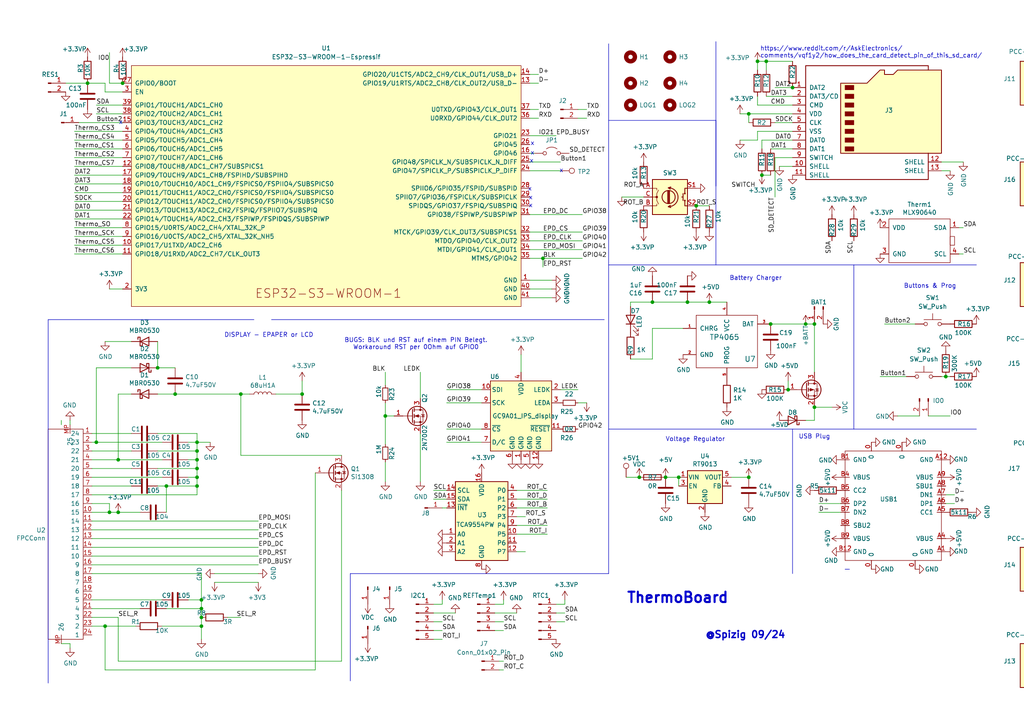
<source format=kicad_sch>
(kicad_sch (version 20231120) (generator "eeschema") (generator_version "8.0")
  (paper "A4")
  (lib_symbols
    (symbol "Connector:Conn_01x01_Pin" (pin_names (offset 1.016) hide)
      (property "Reference" "J" (at 0 2.54 0))
      (property "Value" "Conn_01x01_Pin" (at 0 -2.54 0))
      (symbol "Conn_01x01_Pin_1_1"
        (pin passive line (at 5.08 0 180) (length 3.81) (name "Pin_1") (number "1"))
      )
    )
    (symbol "Connector:Conn_01x02_Pin" (pin_names (offset 1.016) hide)
      (property "Reference" "J" (at 0 2.54 0))
      (property "Value" "Conn_01x02_Pin" (at 0 -5.08 0))
      (symbol "Conn_01x02_Pin_1_1"
        (pin passive line (at 5.08 0 180) (length 3.81) (name "Pin_1") (number "1"))
        (pin passive line (at 5.08 -2.54 180) (length 3.81) (name "Pin_2") (number "2"))
      )
    )
    (symbol "Connector:Conn_01x04_Pin" (pin_names (offset 1.016) hide)
      (property "Reference" "J" (at 0 5.08 0))
      (property "Value" "Conn_01x04_Pin" (at 0 -7.62 0))
      (symbol "Conn_01x04_Pin_1_1"
        (pin passive line (at 5.08 2.54 180) (length 3.81) (name "Pin_1") (number "1"))
        (pin passive line (at 5.08 0 180) (length 3.81) (name "Pin_2") (number "2"))
        (pin passive line (at 5.08 -2.54 180) (length 3.81) (name "Pin_3") (number "3"))
        (pin passive line (at 5.08 -5.08 180) (length 3.81) (name "Pin_4") (number "4"))
      )
    )
    (symbol "Connector:Conn_01x05_Pin" (pin_names (offset 1.016) hide)
      (property "Reference" "J" (at 0 7.62 0))
      (property "Value" "Conn_01x05_Pin" (at 0 -7.62 0))
      (symbol "Conn_01x05_Pin_1_1"
        (pin passive line (at 5.08 5.08 180) (length 3.81) (name "Pin_1") (number "1"))
        (pin passive line (at 5.08 2.54 180) (length 3.81) (name "Pin_2") (number "2"))
        (pin passive line (at 5.08 0 180) (length 3.81) (name "Pin_3") (number "3"))
        (pin passive line (at 5.08 -2.54 180) (length 3.81) (name "Pin_4") (number "4"))
        (pin passive line (at 5.08 -5.08 180) (length 3.81) (name "Pin_5") (number "5"))
      )
    )
    (symbol "Connector:TestPoint" (pin_numbers hide) (pin_names (offset 0.762) hide)
      (property "Reference" "TP" (at 0 6.858 0))
      (property "Value" "TestPoint" (at 0 5.08 0))
      (symbol "TestPoint_1_1"
        (pin passive line (at 0 0 90) (length 2.54) (name "1") (number "1"))
      )
    )
    (symbol "Device:C" (pin_numbers hide) (pin_names (offset 0.254))
      (property "Reference" "C" (at 0.635 2.54 0))
      (property "Value" "C" (at 0.635 -2.54 0))
      (symbol "C_1_1"
        (pin passive line (at 0 3.81 270) (length 2.794) (name "~") (number "1"))
        (pin passive line (at 0 -3.81 90) (length 2.794) (name "~") (number "2"))
      )
    )
    (symbol "Device:Fuse" (pin_numbers hide) (pin_names (offset 0))
      (property "Reference" "F" (at 2.032 0 90))
      (property "Value" "Fuse" (at -1.905 0 90))
      (symbol "Fuse_1_1"
        (pin passive line (at 0 3.81 270) (length 1.27) (name "~") (number "1"))
        (pin passive line (at 0 -3.81 90) (length 1.27) (name "~") (number "2"))
      )
    )
    (symbol "Device:L" (pin_numbers hide) (pin_names (offset 1.016) hide)
      (property "Reference" "L" (at -1.27 0 90))
      (property "Value" "L" (at 1.905 0 90))
      (symbol "L_1_1"
        (pin passive line (at 0 3.81 270) (length 1.27) (name "1") (number "1"))
        (pin passive line (at 0 -3.81 90) (length 1.27) (name "2") (number "2"))
      )
    )
    (symbol "Device:LED" (pin_numbers hide) (pin_names (offset 1.016) hide)
      (property "Reference" "D" (at 0 2.54 0))
      (property "Value" "LED" (at 0 -2.54 0))
      (symbol "LED_1_1"
        (pin passive line (at -3.81 0 0) (length 2.54) (name "K") (number "1"))
        (pin passive line (at 3.81 0 180) (length 2.54) (name "A") (number "2"))
      )
    )
    (symbol "Device:R" (pin_numbers hide) (pin_names (offset 0))
      (property "Reference" "R" (at 2.032 0 90))
      (property "Value" "R" (at 0 0 90))
      (symbol "R_1_1"
        (pin passive line (at 0 3.81 270) (length 1.27) (name "~") (number "1"))
        (pin passive line (at 0 -3.81 90) (length 1.27) (name "~") (number "2"))
      )
    )
    (symbol "Device:R_Small" (pin_numbers hide) (pin_names (offset 0.254) hide)
      (property "Reference" "R" (at 0.762 0.508 0))
      (property "Value" "R_Small" (at 0.762 -1.016 0))
      (symbol "R_Small_1_1"
        (pin passive line (at 0 2.54 270) (length 0.762) (name "~") (number "1"))
        (pin passive line (at 0 -2.54 90) (length 0.762) (name "~") (number "2"))
      )
    )
    (symbol "Device:Rotary_Encoder_Switch" (pin_names (offset 0.254) hide)
      (property "Reference" "SW" (at 0 6.604 0))
      (property "Value" "Device_Rotary_Encoder_Switch" (at 0 -6.604 0))
      (symbol "Rotary_Encoder_Switch_1_1"
        (pin passive line (at -7.62 2.54 0) (length 2.54) (name "A") (number "A"))
        (pin passive line (at -7.62 -2.54 0) (length 2.54) (name "B") (number "B"))
        (pin passive line (at -7.62 0 0) (length 2.54) (name "C") (number "C"))
        (pin passive line (at 7.62 2.54 180) (length 2.54) (name "S1") (number "S1"))
        (pin passive line (at 7.62 -2.54 180) (length 2.54) (name "S2") (number "S2"))
      )
    )
    (symbol "Diode:MBR0530" (pin_numbers hide) (pin_names (offset 1.016) hide)
      (property "Reference" "D" (at 0 2.54 0))
      (property "Value" "MBR0530" (at 0 -2.54 0))
      (symbol "MBR0530_1_1"
        (pin passive line (at -3.81 0 0) (length 2.54) (name "K") (number "1"))
        (pin passive line (at 3.81 0 180) (length 2.54) (name "A") (number "2"))
      )
    )
    (symbol "Interface_Expansion:TCA9554PW"
      (property "Reference" "U" (at -7.62 11.43 0))
      (property "Value" "TCA9554PW" (at 2.54 11.43 0))
      (symbol "TCA9554PW_1_1"
        (pin input line (at -10.16 -5.08 0) (length 2.54) (name "A0") (number "1"))
        (pin bidirectional line (at 10.16 -5.08 180) (length 2.54) (name "P5") (number "10"))
        (pin bidirectional line (at 10.16 -7.62 180) (length 2.54) (name "P6") (number "11"))
        (pin bidirectional line (at 10.16 -10.16 180) (length 2.54) (name "P7") (number "12"))
        (pin open_collector line (at -10.16 2.54 0) (length 2.54) (name "~{INT}") (number "13"))
        (pin input line (at -10.16 7.62 0) (length 2.54) (name "SCL") (number "14"))
        (pin bidirectional line (at -10.16 5.08 0) (length 2.54) (name "SDA") (number "15"))
        (pin power_in line (at 0 12.7 270) (length 2.54) (name "VDD") (number "16"))
        (pin input line (at -10.16 -7.62 0) (length 2.54) (name "A1") (number "2"))
        (pin input line (at -10.16 -10.16 0) (length 2.54) (name "A2") (number "3"))
        (pin bidirectional line (at 10.16 7.62 180) (length 2.54) (name "P0") (number "4"))
        (pin bidirectional line (at 10.16 5.08 180) (length 2.54) (name "P1") (number "5"))
        (pin bidirectional line (at 10.16 2.54 180) (length 2.54) (name "P2") (number "6"))
        (pin bidirectional line (at 10.16 0 180) (length 2.54) (name "P3") (number "7"))
        (pin power_in line (at 0 -15.24 90) (length 2.54) (name "GND") (number "8"))
        (pin bidirectional line (at 10.16 -2.54 180) (length 2.54) (name "P4") (number "9"))
      )
    )
    (symbol "Jumper:Jumper_2_Open" (pin_numbers hide) (pin_names (offset 0) hide) (exclude_from_sim yes)
      (property "Reference" "JP" (at 0 2.794 0))
      (property "Value" "Jumper_2_Open" (at 0 -2.286 0))
      (symbol "Jumper_2_Open_1_1"
        (pin passive line (at -5.08 0 0) (length 2.54) (name "A") (number "1"))
        (pin passive line (at 5.08 0 180) (length 2.54) (name "B") (number "2"))
      )
    )
    (symbol "MLX90640:MLX90640" (pin_names (offset 1.016))
      (property "Reference" "U" (at 0 -1.27 0))
      (property "Value" "MLX90640" (at 0 1.27 0))
      (symbol "MLX90640_1_1"
        (pin bidirectional line (at 11.43 3.81 180) (length 2.54) (name "SDA") (number "1"))
        (pin power_in line (at -11.43 3.81 0) (length 2.54) (name "VDD") (number "2"))
        (pin power_in line (at -11.43 -3.81 0) (length 2.54) (name "GND") (number "3"))
        (pin bidirectional line (at 11.43 -3.81 180) (length 2.54) (name "SCL") (number "4"))
      )
    )
    (symbol "Mechanical:MountingHole" (pin_names (offset 1.016))
      (property "Reference" "H" (at 0 5.08 0))
      (property "Value" "MountingHole" (at 0 3.175 0))
    )
    (symbol "PCC-SMP-V-K:PCC-SMP-V-K" (pin_names (offset 1.016))
      (property "Reference" "J" (at -5.0843 8.262 0))
      (property "Value" "PCC-SMP-V-K" (at -5.0879 -7.6318 0))
      (symbol "PCC-SMP-V-K_0_0"
        (pin passive line (at -10.16 2.54 0) (length 5.08) (name "NEG") (number "N"))
        (pin passive line (at -10.16 5.08 0) (length 5.08) (name "POS") (number "P"))
        (pin passive line (at -10.16 -2.54 0) (length 5.08) (name "SHIELD") (number "SH1"))
        (pin passive line (at -10.16 -2.54 0) (length 5.08) (name "SHIELD") (number "SH2"))
      )
    )
    (symbol "Regulator_Linear:TPS72201" (pin_names (offset 0.254))
      (property "Reference" "U" (at -3.81 5.715 0))
      (property "Value" "TPS72201" (at 0 5.715 0))
      (symbol "TPS72201_1_1"
        (pin power_in line (at -7.62 2.54 0) (length 2.54) (name "VIN") (number "1"))
        (pin power_in line (at 0 -7.62 90) (length 2.54) (name "GND") (number "2"))
        (pin input line (at -7.62 0 0) (length 2.54) (name "EN") (number "3"))
        (pin input line (at 7.62 0 180) (length 2.54) (name "FB") (number "4"))
        (pin power_out line (at 7.62 2.54 180) (length 2.54) (name "VOUT") (number "5"))
      )
    )
    (symbol "Sensor_Temperature:MAX31855KASA"
      (property "Reference" "U" (at -7.62 8.89 0))
      (property "Value" "MAX31855KASA" (at 1.27 8.89 0))
      (symbol "MAX31855KASA_1_1"
        (pin power_in line (at 0 -10.16 90) (length 2.54) (name "GND") (number "1"))
        (pin passive line (at -10.16 -2.54 0) (length 2.54) (name "T-") (number "2"))
        (pin passive line (at -10.16 2.54 0) (length 2.54) (name "T+") (number "3"))
        (pin power_in line (at 0 10.16 270) (length 2.54) (name "V_CC") (number "4"))
        (pin input line (at 10.16 5.08 180) (length 2.54) (name "SCK") (number "5"))
        (pin input line (at 10.16 -2.54 180) (length 2.54) (name "~{CS}") (number "6"))
        (pin tri_state line (at 10.16 2.54 180) (length 2.54) (name "SO") (number "7"))
      )
    )
    (symbol "Switch:SW_Push" (pin_numbers hide) (pin_names (offset 1.016) hide)
      (property "Reference" "SW" (at 1.27 2.54 0))
      (property "Value" "SW_Push" (at 0 -1.524 0))
      (symbol "SW_Push_0_1"
        (pin passive line (at -5.08 0 0) (length 2.54) (name "1") (number "1"))
        (pin passive line (at 5.08 0 180) (length 2.54) (name "2") (number "2"))
      )
    )
    (symbol "Transistor_FET:2N7002" (pin_names hide)
      (property "Reference" "Q" (at 5.08 1.905 0))
      (property "Value" "2N7002" (at 5.08 0 0))
      (symbol "2N7002_1_1"
        (pin input line (at -5.08 0 0) (length 2.54) (name "G") (number "1"))
        (pin passive line (at 2.54 -5.08 90) (length 2.54) (name "S") (number "2"))
        (pin passive line (at 2.54 5.08 270) (length 2.54) (name "D") (number "3"))
      )
    )
    (symbol "Transistor_FET:DMG2301L" (pin_names hide)
      (property "Reference" "Q" (at 5.08 1.905 0))
      (property "Value" "DMG2301L" (at 5.08 0 0))
      (symbol "DMG2301L_1_1"
        (pin input line (at -5.08 0 0) (length 2.54) (name "G") (number "1"))
        (pin passive line (at 2.54 -5.08 90) (length 2.54) (name "S") (number "2"))
        (pin passive line (at 2.54 5.08 270) (length 2.54) (name "D") (number "3"))
      )
    )
    (symbol "keyboardEink-rescue:Conn_01x02_Male-Connector" (pin_names (offset 1.016) hide)
      (property "Reference" "J" (at 0 2.54 0))
      (property "Value" "Connector_Conn_01x02_Male" (at 0 -5.08 0))
      (symbol "Conn_01x02_Male-Connector_1_1"
        (pin passive line (at 5.08 0 180) (length 3.81) (name "Pin_1") (number "1"))
        (pin passive line (at 5.08 -2.54 180) (length 3.81) (name "Pin_2") (number "2"))
      )
    )
    (symbol "open-Smartwatch:GC9A01_IPS_display_SPI" (pin_names (offset 0.381))
      (property "Reference" "U" (at -7.62 11.43 0))
      (property "Value" "GC9A01_IPS_display_SPI" (at 12.7 11.43 0))
      (symbol "GC9A01_IPS_display_SPI_0_0"
        (pin power_in line (at 0 -12.7 90) (length 2.54) (name "GND") (number "1"))
        (pin bidirectional line (at -11.43 7.62 0) (length 2.54) (name "SDI") (number "10"))
        (pin input line (at 11.43 -3.81 180) (length 2.54) (name "~{RESET}") (number "11"))
        (pin power_in line (at 5.08 -12.7 90) (length 2.54) (name "GND") (number "12"))
        (pin passive line (at 11.43 7.62 180) (length 2.54) (name "LEDK") (number "2"))
        (pin passive line (at 11.43 3.81 180) (length 2.54) (name "LEDA") (number "3"))
        (pin power_in line (at 0 12.7 270) (length 2.54) (name "VDD") (number "4"))
        (pin power_in line (at 2.54 -12.7 90) (length 2.54) (name "GND") (number "5"))
        (pin power_in line (at -2.54 -12.7 90) (length 2.54) (name "GND") (number "6"))
        (pin input line (at -11.43 -7.62 0) (length 2.54) (name "D/C") (number "7"))
        (pin input line (at -11.43 -3.81 0) (length 2.54) (name "~{CS}") (number "8"))
        (pin input line (at -11.43 3.81 0) (length 2.54) (name "SCK") (number "9"))
      )
    )
    (symbol "power:+3.3VP" (power) (pin_names (offset 0))
      (property "Value" "+3.3VP" (at 0 2.54 0))
      (symbol "+3.3VP_0_0"
        (pin power_in line (at 0 0 90) (length 0) hide (name "+3.3VP") (number "1"))
      )
    )
    (symbol "power:+5V" (power) (pin_names (offset 0))
      (property "Value" "+5V" (at 0 3.556 0))
      (symbol "+5V_1_1"
        (pin power_in line (at 0 0 90) (length 0) hide (name "+5V") (number "1"))
      )
    )
    (symbol "power:+5VD" (power) (pin_names (offset 0))
      (property "Value" "+5VD" (at 0 3.556 0))
      (symbol "+5VD_1_1"
        (pin power_in line (at 0 0 90) (length 0) hide (name "+5VD") (number "1"))
      )
    )
    (symbol "power:+BATT" (power) (pin_names (offset 0))
      (property "Value" "+BATT" (at 0 3.556 0))
      (symbol "+BATT_1_1"
        (pin power_in line (at 0 0 90) (length 0) hide (name "+BATT") (number "1"))
      )
    )
    (symbol "power:GND" (power) (pin_names (offset 0))
      (property "Value" "GND" (at 0 -3.81 0))
      (symbol "GND_1_1"
        (pin power_in line (at 0 0 270) (length 0) hide (name "GND") (number "1"))
      )
    )
    (symbol "power:VDC" (power) (pin_names (offset 0))
      (property "Value" "VDC" (at 0 6.35 0))
      (symbol "VDC_1_1"
        (pin power_in line (at 0 0 90) (length 0) hide (name "VDC") (number "1"))
      )
    )
    (symbol "s3Basic-rescue:+3.3V-power" (power) (pin_names (offset 0))
      (property "Value" "+3.3V-power" (at 0 3.556 0))
      (symbol "+3.3V-power_1_1"
        (pin power_in line (at 0 0 90) (length 0) hide (name "+3V3") (number "1"))
      )
    )
    (symbol "s3Basic-rescue:ESP32-S3-WROOM-1-Espressif" (pin_names (offset 1.016))
      (property "Reference" "U" (at 0 35.56 0))
      (property "Value" "ESP32-S3-WROOM-1-Espressif" (at 0 -36.83 0))
      (symbol "ESP32-S3-WROOM-1-Espressif_0_0"
        (text "ESP32-S3-WROOM-1" (at 0 -31.75 0) (effects (font (size 2.54 2.54))))
        (pin power_in line (at 58.42 -27.94 180) (length 2.54) (name "GND") (number "1"))
        (pin bidirectional line (at -59.69 -17.78 0) (length 2.54) (name "GPIO17/U1TXD/ADC2_CH6") (number "10"))
        (pin bidirectional line (at -59.69 -20.32 0) (length 2.54) (name "GPIO18/U1RXD/ADC2_CH7/CLK_OUT3") (number "11"))
        (pin bidirectional line (at -59.69 5.08 0) (length 2.54) (name "GPIO8/TOUCH8/ADC1_CH7/SUBSPICS1") (number "12"))
        (pin bidirectional line (at 58.42 29.21 180) (length 2.54) (name "GPIO19/U1RTS/ADC2_CH8/CLK_OUT2/USB_D-") (number "13"))
        (pin bidirectional line (at 58.42 31.75 180) (length 2.54) (name "GPIO20/U1CTS/ADC2_CH9/CLK_OUT1/USB_D+") (number "14"))
        (pin bidirectional line (at -59.69 17.78 0) (length 2.54) (name "GPIO3/TOUCH3/ADC1_CH2") (number "15"))
        (pin bidirectional line (at 58.42 8.89 180) (length 2.54) (name "GPIO46") (number "16"))
        (pin bidirectional line (at -59.69 2.54 0) (length 2.54) (name "GPIO9/TOUCH9/ADC1_CH8/FSPIHD/SUBSPIHD") (number "17"))
        (pin bidirectional line (at -59.69 0 0) (length 2.54) (name "GPIO10/TOUCH10/ADC1_CH9/FSPICS0/FSPIIO4/SUBSPICS0") (number "18"))
        (pin bidirectional line (at -59.69 -2.54 0) (length 2.54) (name "GPIO11/TOUCH11/ADC2_CH0/FSPICS0/FSPIIO4/SUBSPICS0") (number "19"))
        (pin power_in line (at -59.69 -30.48 0) (length 2.54) (name "3V3") (number "2"))
        (pin bidirectional line (at -59.69 -5.08 0) (length 2.54) (name "GPIO12/TOUCH11/ADC2_CH0/FSPICS0/FSPIIO4/SUBSPICS0") (number "20"))
        (pin bidirectional line (at -59.69 -7.62 0) (length 2.54) (name "GPIO13/TOUCH13/ADC2_CH2/FSPIQ/FSPIIO7/SUBSPIQ") (number "21"))
        (pin bidirectional line (at -59.69 -10.16 0) (length 2.54) (name "GPIO14/TOUCH14/ADC2_CH3/FSPIWP/FSPIDQS/SUBSPIWP") (number "22"))
        (pin bidirectional line (at 58.42 13.97 180) (length 2.54) (name "GPIO21") (number "23"))
        (pin bidirectional line (at 58.42 3.81 180) (length 2.54) (name "GPIO47/SPICLK_P/SUBSPICLK_P_DIFF") (number "24"))
        (pin bidirectional line (at 58.42 6.35 180) (length 2.54) (name "GPIO48/SPICLK_N/SUBSPICLK_N_DIFF") (number "25"))
        (pin bidirectional line (at 58.42 11.43 180) (length 2.54) (name "GPIO45") (number "26"))
        (pin bidirectional line (at -59.69 29.21 0) (length 2.54) (name "GPIO0/BOOT") (number "27"))
        (pin bidirectional line (at 58.42 -1.27 180) (length 2.54) (name "SPIIO6/GPIO35/FSPID/SUBSPID") (number "28"))
        (pin bidirectional line (at 58.42 -3.81 180) (length 2.54) (name "SPIIO7/GPIO36/FSPICLK/SUBSPICLK") (number "29"))
        (pin input line (at -59.69 26.67 0) (length 2.54) (name "EN") (number "3"))
        (pin bidirectional line (at 58.42 -6.35 180) (length 2.54) (name "SPIDQS/GPIO37/FSPIQ/SUBSPIQ") (number "30"))
        (pin bidirectional line (at 58.42 -8.89 180) (length 2.54) (name "GPIO38/FSPIWP/SUBSPIWP") (number "31"))
        (pin bidirectional line (at 58.42 -13.97 180) (length 2.54) (name "MTCK/GPIO39/CLK_OUT3/SUBSPICS1") (number "32"))
        (pin bidirectional line (at 58.42 -16.51 180) (length 2.54) (name "MTDO/GPIO40/CLK_OUT2") (number "33"))
        (pin bidirectional line (at 58.42 -19.05 180) (length 2.54) (name "MTDI/GPIO41/CLK_OUT1") (number "34"))
        (pin bidirectional line (at 58.42 -21.59 180) (length 2.54) (name "MTMS/GPIO42") (number "35"))
        (pin bidirectional line (at 58.42 19.05 180) (length 2.54) (name "U0RXD/GPIO44/CLK_OUT2") (number "36"))
        (pin bidirectional line (at 58.42 21.59 180) (length 2.54) (name "U0TXD/GPIO43/CLK_OUT1") (number "37"))
        (pin bidirectional line (at -59.69 20.32 0) (length 2.54) (name "GPIO2/TOUCH2/ADC1_CH1") (number "38"))
        (pin bidirectional line (at -59.69 22.86 0) (length 2.54) (name "GPIO1/TOUCH1/ADC1_CH0") (number "39"))
        (pin bidirectional line (at -59.69 15.24 0) (length 2.54) (name "GPIO4/TOUCH4/ADC1_CH3") (number "4"))
        (pin power_in line (at 58.42 -30.48 180) (length 2.54) (name "GND") (number "40"))
        (pin power_in line (at 58.42 -33.02 180) (length 2.54) (name "GND") (number "41"))
        (pin bidirectional line (at -59.69 12.7 0) (length 2.54) (name "GPIO5/TOUCH5/ADC1_CH4") (number "5"))
        (pin bidirectional line (at -59.69 10.16 0) (length 2.54) (name "GPIO6/TOUCH6/ADC1_CH5") (number "6"))
        (pin bidirectional line (at -59.69 7.62 0) (length 2.54) (name "GPIO7/TOUCH7/ADC1_CH6") (number "7"))
        (pin bidirectional line (at -59.69 -12.7 0) (length 2.54) (name "GPIO15/U0RTS/ADC2_CH4/XTAL_32K_P") (number "8"))
        (pin bidirectional line (at -59.69 -15.24 0) (length 2.54) (name "GPIO16/U0CTS/ADC2_CH5/XTAL_32K_NH5") (number "9"))
      )
    )
    (symbol "s3Basic-rescue:FPCConn-Connector2" (pin_names (offset 1.016))
      (property "Reference" "U" (at 0 0 0))
      (property "Value" "FPCConn-Connector2" (at 0 0 0))
      (symbol "FPCConn-Connector2_1_1"
        (pin input line (at 0 54.61 180) (length 2.54) (name "24") (number "1"))
        (pin input line (at 0 31.75 180) (length 2.54) (name "15") (number "10"))
        (pin input line (at 0 29.21 180) (length 2.54) (name "14") (number "11"))
        (pin input line (at 0 26.67 180) (length 2.54) (name "13") (number "12"))
        (pin input line (at 0 24.13 180) (length 2.54) (name "12") (number "13"))
        (pin input line (at 0 21.59 180) (length 2.54) (name "11") (number "14"))
        (pin input line (at 0 19.05 180) (length 2.54) (name "10") (number "15"))
        (pin input line (at 0 16.51 180) (length 2.54) (name "9") (number "16"))
        (pin input line (at 0 13.97 180) (length 2.54) (name "8") (number "17"))
        (pin input line (at 0 11.43 180) (length 2.54) (name "7") (number "18"))
        (pin input line (at 0 8.89 180) (length 2.54) (name "6") (number "19"))
        (pin input line (at 0 52.07 180) (length 2.54) (name "23") (number "2"))
        (pin input line (at 0 6.35 180) (length 2.54) (name "5") (number "20"))
        (pin input line (at 0 3.81 180) (length 2.54) (name "4") (number "21"))
        (pin input line (at 0 1.27 180) (length 2.54) (name "3") (number "22"))
        (pin input line (at 0 -1.27 180) (length 2.54) (name "2") (number "23"))
        (pin input line (at 0 -3.81 180) (length 2.54) (name "1") (number "24"))
        (pin input line (at 0 49.53 180) (length 2.54) (name "22") (number "3"))
        (pin input line (at 0 46.99 180) (length 2.54) (name "21") (number "4"))
        (pin input line (at 0 44.45 180) (length 2.54) (name "20") (number "5"))
        (pin input line (at 0 41.91 180) (length 2.54) (name "19") (number "6"))
        (pin input line (at 0 39.37 180) (length 2.54) (name "18") (number "7"))
        (pin input line (at 0 36.83 180) (length 2.54) (name "17") (number "8"))
        (pin input line (at 0 34.29 180) (length 2.54) (name "16") (number "9"))
        (pin bidirectional line (at -6.35 57.15 270) (length 2.54) (name "25") (number "MP"))
        (pin bidirectional line (at -8.89 -6.35 90) (length 2.54) (name "26") (number "MP"))
      )
    )
    (symbol "tp4056:KoreanHropartsElecTYPE-C-31-M-12" (pin_names (offset 1.016))
      (property "Reference" "U" (at 0 0 0))
      (property "Value" "KoreanHropartsElecTYPE-C-31-M-12" (at 0 0 0))
      (symbol "KoreanHropartsElecTYPE-C-31-M-12_1_1"
        (pin unspecified line (at 1.27 -35.56 90) (length 2.54) (name "0") (number "0"))
        (pin unspecified line (at 1.27 1.27 270) (length 2.54) (name "0") (number "0"))
        (pin unspecified line (at 10.16 1.27 270) (length 2.54) (name "0") (number "0"))
        (pin unspecified line (at 13.97 -35.56 90) (length 2.54) (name "0") (number "0"))
        (pin power_out line (at 22.86 -30.48 180) (length 2.54) (name "GND") (number "A1"))
        (pin power_out line (at 22.86 -3.81 180) (length 2.54) (name "GND") (number "A12"))
        (pin power_in line (at 22.86 -26.67 180) (length 2.54) (name "VBUS") (number "A4"))
        (pin bidirectional line (at 22.86 -19.05 180) (length 2.54) (name "CC1") (number "A5"))
        (pin bidirectional line (at 22.86 -16.51 180) (length 2.54) (name "DP1") (number "A6"))
        (pin bidirectional line (at 22.86 -13.97 180) (length 2.54) (name "DN1") (number "A7"))
        (pin bidirectional line (at 22.86 -11.43 180) (length 2.54) (name "SBU1") (number "A8"))
        (pin power_in line (at 22.86 -8.89 180) (length 2.54) (name "VBUS") (number "A9"))
        (pin power_out line (at -7.62 -3.81 0) (length 2.54) (name "GND") (number "B1"))
        (pin power_in line (at -7.62 -30.48 0) (length 2.54) (name "GND") (number "B12"))
        (pin power_in line (at -7.62 -8.89 0) (length 2.54) (name "VBUS") (number "B4"))
        (pin bidirectional line (at -7.62 -12.7 0) (length 2.54) (name "CC2") (number "B5"))
        (pin bidirectional line (at -7.62 -16.51 0) (length 2.54) (name "DP2") (number "B6"))
        (pin bidirectional line (at -7.62 -19.05 0) (length 2.54) (name "DN2") (number "B7"))
        (pin bidirectional line (at -7.62 -22.86 0) (length 2.54) (name "SBU2") (number "B8"))
        (pin power_in line (at -7.62 -26.67 0) (length 2.54) (name "VBUS") (number "B9"))
      )
    )
    (symbol "tp4056:Micro_SD_Card_Det_US" (pin_names (offset 1.016))
      (property "Reference" "J" (at -16.51 17.78 0))
      (property "Value" "tp4056_Micro_SD_Card_Det_US" (at 16.51 17.78 0))
      (symbol "Micro_SD_Card_Det_US_1_1"
        (pin bidirectional line (at -22.86 10.16 0) (length 3.81) (name "DAT2") (number "1"))
        (pin passive line (at -22.86 -12.7 0) (length 3.81) (name "SHELL") (number "10"))
        (pin passive line (at -22.86 -15.24 0) (length 3.81) (name "SHELL") (number "11"))
        (pin passive line (at 20.32 -11.43 180) (length 3.81) (name "SHELL") (number "12"))
        (pin passive line (at 20.32 -13.97 180) (length 3.81) (name "SHELL") (number "13"))
        (pin bidirectional line (at -22.86 7.62 0) (length 3.81) (name "DAT3/CD") (number "2"))
        (pin input line (at -22.86 5.08 0) (length 3.81) (name "CMD") (number "3"))
        (pin power_in line (at -22.86 2.54 0) (length 3.81) (name "VDD") (number "4"))
        (pin input line (at -22.86 0 0) (length 3.81) (name "CLK") (number "5"))
        (pin power_in line (at -22.86 -2.54 0) (length 3.81) (name "VSS") (number "6"))
        (pin bidirectional line (at -22.86 -5.08 0) (length 3.81) (name "DAT0") (number "7"))
        (pin bidirectional line (at -22.86 -7.62 0) (length 3.81) (name "DAT1") (number "8"))
        (pin passive line (at -22.86 -10.16 0) (length 3.81) (name "SWITCH") (number "9"))
      )
    )
    (symbol "tp4056:TP4065" (pin_names (offset 1.016))
      (property "Reference" "U" (at -8.89 10.16 0))
      (property "Value" "TP4065" (at 8.89 10.16 0))
      (symbol "TP4065_1_1"
        (pin open_collector line (at -12.7 5.08 0) (length 3.81) (name "CHRG") (number "1"))
        (pin power_in line (at -12.7 -2.54 0) (length 3.81) (name "GND") (number "2"))
        (pin power_out line (at 12.7 6.35 180) (length 3.81) (name "BAT") (number "3"))
        (pin power_in line (at 0 12.7 270) (length 3.81) (name "VCC") (number "4"))
        (pin passive line (at 0 -10.16 90) (length 3.81) (name "PROG") (number "5"))
      )
    )
  )
  (junction (at 157.48 74.93))
  (junction (at 233.68 93.98))
  (junction (at 50.8 114.3))
  (junction (at 321.31 189.23))
  (junction (at 331.47 71.12))
  (junction (at 205.74 87.63))
  (junction (at 57.15 133.35))
  (junction (at 322.58 27.94))
  (junction (at 45.72 106.68))
  (junction (at 30.48 181.61))
  (junction (at 196.85 138.43))
  (junction (at 34.29 148.59))
  (junction (at 201.93 59.69))
  (junction (at 34.29 133.35))
  (junction (at 58.42 176.53))
  (junction (at 321.31 140.97))
  (junction (at 320.04 78.74))
  (junction (at 320.04 57.15))
  (junction (at 57.15 138.43))
  (junction (at 321.31 110.49))
  (junction (at 31.75 148.59))
  (junction (at 320.04 86.36))
  (junction (at 185.42 138.43))
  (junction (at 69.85 114.3))
  (junction (at 193.04 138.43))
  (junction (at 321.31 196.85))
  (junction (at 274.32 109.22))
  (junction (at 228.6 113.03))
  (junction (at 35.56 24.13))
  (junction (at 236.22 93.98))
  (junction (at 321.31 133.35))
  (junction (at 322.58 20.32))
  (junction (at 321.31 168.91))
  (junction (at 199.39 87.63))
  (junction (at 57.15 130.81))
  (junction (at 217.17 33.02))
  (junction (at 229.87 25.4))
  (junction (at 331.47 95.25))
  (junction (at 87.63 114.3))
  (junction (at 27.94 128.27))
  (junction (at 25.4 24.13))
  (junction (at 57.15 140.97))
  (junction (at 223.52 93.98))
  (junction (at 321.31 161.29))
  (junction (at 58.42 181.61))
  (junction (at 189.23 87.63))
  (junction (at 236.22 118.11))
  (junction (at 57.15 128.27))
  (junction (at 321.31 102.87))
  (junction (at 332.74 125.73))
  (junction (at 222.25 17.78))
  (junction (at 334.01 12.7))
  (junction (at 331.47 41.91))
  (junction (at 58.42 179.07))
  (junction (at 332.74 153.67))
  (junction (at 57.15 135.89))
  (junction (at 219.71 17.78))
  (junction (at 48.26 140.97))
  (junction (at 220.98 50.8))
  (junction (at 332.74 181.61))
  (junction (at 111.76 120.65))
  (junction (at 320.04 49.53))
  (junction (at 217.17 138.43))
  (junction (at 58.42 173.99))
  (wire (pts (xy 311.15 189.23) (xy 313.69 189.23)))
  (wire (pts (xy 30.48 24.13) (xy 30.48 26.67)))
  (wire (pts (xy 233.68 93.98) (xy 236.22 93.98)))
  (wire (pts (xy 30.48 194.31) (xy 91.44 194.31)))
  (wire (pts (xy 27.94 30.48) (xy 35.56 30.48)))
  (wire (pts (xy 143.51 175.26) (xy 146.05 175.26)))
  (wire (pts (xy 21.59 50.8) (xy 35.56 50.8)))
  (wire (pts (xy 31.75 24.13) (xy 35.56 24.13)))
  (wire (pts (xy 321.31 54.61) (xy 321.31 57.15)))
  (wire (pts (xy 57.15 140.97) (xy 57.15 138.43)))
  (wire (pts (xy 151.13 102.87) (xy 151.13 107.95)))
  (wire (pts (xy 38.1 135.89) (xy 26.67 135.89)))
  (wire (pts (xy 31.75 83.82) (xy 35.56 83.82)))
  (wire (pts (xy 34.29 114.3) (xy 34.29 133.35)))
  (wire (pts (xy 311.15 22.86) (xy 314.96 22.86)))
  (wire (pts (xy 278.13 66.04) (xy 279.4 66.04)))
  (wire (pts (xy 34.29 133.35) (xy 46.99 133.35)))
  (wire (pts (xy 125.73 144.78) (xy 129.54 144.78)))
  (wire (pts (xy 128.27 147.32) (xy 129.54 147.32)))
  (wire (pts (xy 157.48 74.93) (xy 157.48 77.47)))
  (wire (pts (xy 21.59 68.58) (xy 35.56 68.58)))
  (wire (pts (xy 274.32 146.05) (xy 276.86 146.05)))
  (wire (pts (xy 224.79 57.15) (xy 224.79 45.72)))
  (wire (pts (xy 21.59 63.5) (xy 35.56 63.5)))
  (wire (pts (xy 40.64 148.59) (xy 34.29 148.59)))
  (wire (pts (xy 30.48 194.31) (xy 30.48 181.61)))
  (wire (pts (xy 312.42 52.07) (xy 312.42 57.15)))
  (wire (pts (xy 125.73 175.26) (xy 128.27 175.26)))
  (wire (pts (xy 196.85 138.43) (xy 196.85 140.97)))
  (wire (pts (xy 341.63 102.87) (xy 344.17 102.87)))
  (wire (pts (xy 21.59 66.04) (xy 35.56 66.04)))
  (wire (pts (xy 30.48 26.67) (xy 35.56 26.67)))
  (wire (pts (xy 219.71 30.48) (xy 229.87 30.48)))
  (wire (pts (xy 199.39 87.63) (xy 189.23 87.63)))
  (wire (pts (xy 54.61 138.43) (xy 57.15 138.43)))
  (wire (pts (xy 58.42 173.99) (xy 58.42 176.53)))
  (polyline (pts (xy 176.53 124.46) (xy 283.21 124.46)))
  (wire (pts (xy 69.85 132.08) (xy 99.06 132.08)))
  (wire (pts (xy 17.78 121.92) (xy 17.78 123.19)))
  (wire (pts (xy 313.69 163.83) (xy 313.69 168.91)))
  (wire (pts (xy 38.1 125.73) (xy 26.67 125.73)))
  (wire (pts (xy 125.73 185.42) (xy 128.27 185.42)))
  (wire (pts (xy 217.17 35.56) (xy 217.17 33.02)))
  (wire (pts (xy 21.59 45.72) (xy 35.56 45.72)))
  (wire (pts (xy 182.88 104.14) (xy 189.23 104.14)))
  (wire (pts (xy 342.9 158.75) (xy 345.44 158.75)))
  (wire (pts (xy 26.67 176.53) (xy 40.64 176.53)))
  (wire (pts (xy 322.58 166.37) (xy 322.58 168.91)))
  (wire (pts (xy 57.15 138.43) (xy 57.15 135.89)))
  (wire (pts (xy 312.42 135.89) (xy 313.69 135.89)))
  (wire (pts (xy 256.54 93.98) (xy 265.43 93.98)))
  (wire (pts (xy 143.51 182.88) (xy 146.05 182.88)))
  (wire (pts (xy 27.94 106.68) (xy 38.1 106.68)))
  (wire (pts (xy 311.15 163.83) (xy 313.69 163.83)))
  (wire (pts (xy 224.79 45.72) (xy 229.87 45.72)))
  (wire (pts (xy 189.23 104.14) (xy 189.23 95.25)))
  (wire (pts (xy 342.9 130.81) (xy 345.44 130.81)))
  (wire (pts (xy 149.86 152.4) (xy 158.75 152.4)))
  (wire (pts (xy 274.32 109.22) (xy 275.59 109.22)))
  (wire (pts (xy 153.67 44.45) (xy 154.94 44.45)))
  (polyline (pts (xy 207.645 12.065) (xy 207.645 53.975)))
  (wire (pts (xy 341.63 78.74) (xy 345.44 78.74)))
  (wire (pts (xy 210.82 87.63) (xy 205.74 87.63)))
  (wire (pts (xy 54.61 173.99) (xy 58.42 173.99)))
  (wire (pts (xy 322.58 168.91) (xy 321.31 168.91)))
  (wire (pts (xy 275.59 49.53) (xy 273.05 49.53)))
  (wire (pts (xy 219.71 38.1) (xy 219.71 40.64)))
  (wire (pts (xy 236.22 121.92) (xy 233.68 121.92)))
  (wire (pts (xy 312.42 81.28) (xy 312.42 86.36)))
  (wire (pts (xy 149.86 149.86) (xy 152.4 149.86)))
  (wire (pts (xy 129.54 116.84) (xy 139.7 116.84)))
  (wire (pts (xy 236.22 93.98) (xy 236.22 107.95)))
  (wire (pts (xy 54.61 133.35) (xy 57.15 133.35)))
  (wire (pts (xy 322.58 194.31) (xy 322.58 196.85)))
  (wire (pts (xy 48.26 140.97) (xy 48.26 148.59)))
  (wire (pts (xy 229.87 17.78) (xy 222.25 17.78)))
  (wire (pts (xy 163.83 175.26) (xy 163.83 173.99)))
  (wire (pts (xy 45.72 135.89) (xy 57.15 135.89)))
  (wire (pts (xy 46.99 173.99) (xy 26.67 173.99)))
  (wire (pts (xy 31.75 15.24) (xy 31.75 24.13)))
  (wire (pts (xy 274.32 143.51) (xy 276.86 143.51)))
  (wire (pts (xy 57.15 128.27) (xy 57.15 125.73)))
  (wire (pts (xy 269.24 120.65) (xy 275.59 120.65)))
  (wire (pts (xy 341.63 46.99) (xy 345.44 46.99)))
  (wire (pts (xy 237.49 148.59) (xy 243.84 148.59)))
  (wire (pts (xy 322.58 20.32) (xy 323.85 20.32)))
  (wire (pts (xy 339.09 189.23) (xy 341.63 189.23)))
  (wire (pts (xy 26.67 158.75) (xy 74.93 158.75)))
  (wire (pts (xy 125.73 182.88) (xy 128.27 182.88)))
  (wire (pts (xy 205.74 87.63) (xy 199.39 87.63)))
  (wire (pts (xy 217.17 33.02) (xy 229.87 33.02)))
  (polyline (pts (xy 13.97 92.71) (xy 73.66 92.71)))
  (wire (pts (xy 201.93 59.69) (xy 205.74 59.69)))
  (wire (pts (xy 181.61 138.43) (xy 185.42 138.43)))
  (wire (pts (xy 26.67 161.29) (xy 74.93 161.29)))
  (wire (pts (xy 223.52 50.8) (xy 220.98 50.8)))
  (wire (pts (xy 214.63 33.02) (xy 217.17 33.02)))
  (wire (pts (xy 313.69 105.41) (xy 313.69 110.49)))
  (wire (pts (xy 322.58 107.95) (xy 321.31 107.95)))
  (wire (pts (xy 22.86 35.56) (xy 35.56 35.56)))
  (wire (pts (xy 149.86 142.24) (xy 158.75 142.24)))
  (wire (pts (xy 153.67 83.82) (xy 160.02 83.82)))
  (wire (pts (xy 57.15 130.81) (xy 57.15 128.27)))
  (wire (pts (xy 57.15 135.89) (xy 57.15 133.35)))
  (polyline (pts (xy 13.97 198.12) (xy 13.97 92.71)))
  (wire (pts (xy 153.67 46.99) (xy 162.56 46.99)))
  (wire (pts (xy 69.85 132.08) (xy 69.85 114.3)))
  (wire (pts (xy 48.26 176.53) (xy 58.42 176.53)))
  (wire (pts (xy 45.72 140.97) (xy 48.26 140.97)))
  (wire (pts (xy 27.94 128.27) (xy 27.94 106.68)))
  (wire (pts (xy 146.05 175.26) (xy 146.05 173.99)))
  (wire (pts (xy 34.29 179.07) (xy 34.29 191.77)))
  (wire (pts (xy 143.51 180.34) (xy 146.05 180.34)))
  (wire (pts (xy 189.23 87.63) (xy 182.88 87.63)))
  (wire (pts (xy 125.73 180.34) (xy 128.27 180.34)))
  (wire (pts (xy 322.58 196.85) (xy 321.31 196.85)))
  (wire (pts (xy 46.99 181.61) (xy 58.42 181.61)))
  (wire (pts (xy 45.72 130.81) (xy 57.15 130.81)))
  (wire (pts (xy 62.23 166.37) (xy 74.93 166.37)))
  (wire (pts (xy 30.48 181.61) (xy 26.67 181.61)))
  (polyline (pts (xy 101.6 166.37) (xy 101.6 197.485)))
  (wire (pts (xy 26.67 151.13) (xy 74.93 151.13)))
  (wire (pts (xy 167.64 116.84) (xy 170.18 116.84)))
  (wire (pts (xy 341.63 49.53) (xy 345.44 49.53)))
  (wire (pts (xy 344.17 25.4) (xy 346.71 25.4)))
  (wire (pts (xy 223.52 93.98) (xy 233.68 93.98)))
  (wire (pts (xy 322.58 138.43) (xy 322.58 140.97)))
  (wire (pts (xy 222.25 17.78) (xy 219.71 17.78)))
  (wire (pts (xy 45.72 114.3) (xy 50.8 114.3)))
  (wire (pts (xy 50.8 114.3) (xy 69.85 114.3)))
  (wire (pts (xy 312.42 105.41) (xy 313.69 105.41)))
  (wire (pts (xy 26.67 130.81) (xy 38.1 130.81)))
  (wire (pts (xy 342.9 133.35) (xy 345.44 133.35)))
  (wire (pts (xy 125.73 177.8) (xy 132.08 177.8)))
  (wire (pts (xy 17.78 186.69) (xy 20.32 186.69)))
  (wire (pts (xy 161.29 177.8) (xy 163.83 177.8)))
  (wire (pts (xy 321.31 102.87) (xy 322.58 102.87)))
  (wire (pts (xy 273.05 109.22) (xy 274.32 109.22)))
  (wire (pts (xy 129.54 113.03) (xy 139.7 113.03)))
  (wire (pts (xy 34.29 191.77) (xy 99.06 191.77)))
  (wire (pts (xy 50.8 106.68) (xy 45.72 106.68)))
  (wire (pts (xy 111.76 116.84) (xy 111.76 120.65)))
  (wire (pts (xy 58.42 181.61) (xy 58.42 185.42)))
  (wire (pts (xy 229.87 38.1) (xy 219.71 38.1)))
  (wire (pts (xy 311.15 78.74) (xy 312.42 78.74)))
  (wire (pts (xy 153.67 31.75) (xy 156.21 31.75)))
  (wire (pts (xy 212.09 138.43) (xy 217.17 138.43)))
  (wire (pts (xy 69.85 179.07) (xy 66.04 179.07)))
  (wire (pts (xy 149.86 154.94) (xy 158.75 154.94)))
  (wire (pts (xy 80.01 114.3) (xy 87.63 114.3)))
  (wire (pts (xy 321.31 57.15) (xy 320.04 57.15)))
  (wire (pts (xy 278.13 73.66) (xy 279.4 73.66)))
  (wire (pts (xy 19.05 24.13) (xy 25.4 24.13)))
  (wire (pts (xy 58.42 166.37) (xy 58.42 173.99)))
  (wire (pts (xy 111.76 120.65) (xy 114.3 120.65)))
  (wire (pts (xy 121.92 139.7) (xy 121.92 125.73)))
  (wire (pts (xy 128.27 175.26) (xy 128.27 173.99)))
  (wire (pts (xy 219.71 30.48) (xy 219.71 27.94)))
  (wire (pts (xy 111.76 120.65) (xy 111.76 128.905)))
  (wire (pts (xy 311.15 191.77) (xy 313.69 191.77)))
  (wire (pts (xy 125.73 142.24) (xy 129.54 142.24)))
  (polyline (pts (xy 247.65 76.835) (xy 247.65 124.46)))
  (wire (pts (xy 161.29 175.26) (xy 163.83 175.26)))
  (wire (pts (xy 31.75 148.59) (xy 34.29 148.59)))
  (wire (pts (xy 186.69 57.15) (xy 180.34 57.15)))
  (wire (pts (xy 229.87 25.4) (xy 224.79 25.4)))
  (wire (pts (xy 21.59 40.64) (xy 35.56 40.64)))
  (wire (pts (xy 39.37 181.61) (xy 30.48 181.61)))
  (wire (pts (xy 87.63 110.49) (xy 87.63 114.3)))
  (wire (pts (xy 111.76 107.95) (xy 111.76 111.76)))
  (wire (pts (xy 153.67 67.31) (xy 168.91 67.31)))
  (wire (pts (xy 237.49 146.05) (xy 243.84 146.05)))
  (wire (pts (xy 21.59 43.18) (xy 35.56 43.18)))
  (wire (pts (xy 99.06 191.77) (xy 99.06 142.24)))
  (wire (pts (xy 313.69 135.89) (xy 313.69 140.97)))
  (wire (pts (xy 26.67 153.67) (xy 74.93 153.67)))
  (wire (pts (xy 219.71 40.64) (xy 214.63 40.64)))
  (wire (pts (xy 20.32 123.19) (xy 20.32 121.92)))
  (wire (pts (xy 323.85 27.94) (xy 322.58 27.94)))
  (wire (pts (xy 224.79 35.56) (xy 229.87 35.56)))
  (polyline (pts (xy 176.53 76.835) (xy 283.21 76.835)))
  (wire (pts (xy 45.72 99.06) (xy 45.72 106.68)))
  (wire (pts (xy 111.76 139.7) (xy 111.76 133.985)))
  (wire (pts (xy 153.67 86.36) (xy 160.02 86.36)))
  (wire (pts (xy 153.67 24.13) (xy 156.21 24.13)))
  (wire (pts (xy 153.67 62.23) (xy 168.91 62.23)))
  (polyline (pts (xy 229.87 124.46) (xy 229.87 166.37)))
  (wire (pts (xy 21.59 60.96) (xy 35.56 60.96)))
  (wire (pts (xy 21.59 38.1) (xy 35.56 38.1)))
  (wire (pts (xy 182.88 87.63) (xy 182.88 88.9)))
  (wire (pts (xy 342.9 161.29) (xy 345.44 161.29)))
  (wire (pts (xy 27.94 128.27) (xy 46.99 128.27)))
  (wire (pts (xy 57.15 125.73) (xy 45.72 125.73)))
  (wire (pts (xy 339.09 186.69) (xy 341.63 186.69)))
  (wire (pts (xy 21.59 55.88) (xy 35.56 55.88)))
  (wire (pts (xy 26.67 148.59) (xy 31.75 148.59)))
  (wire (pts (xy 260.35 120.65) (xy 266.7 120.65)))
  (wire (pts (xy 189.23 95.25) (xy 198.12 95.25)))
  (wire (pts (xy 46.99 138.43) (xy 26.67 138.43)))
  (polyline (pts (xy 176.53 12.7) (xy 176.53 166.37)))
  (wire (pts (xy 321.31 140.97) (xy 322.58 140.97)))
  (wire (pts (xy 149.86 147.32) (xy 158.75 147.32)))
  (wire (pts (xy 69.85 114.3) (xy 72.39 114.3)))
  (wire (pts (xy 26.67 156.21) (xy 74.93 156.21)))
  (wire (pts (xy 121.92 107.95) (xy 121.92 115.57)))
  (wire (pts (xy 312.42 133.35) (xy 313.69 133.35)))
  (wire (pts (xy 222.25 20.32) (xy 222.25 17.78)))
  (wire (pts (xy 344.17 20.32) (xy 346.71 20.32)))
  (wire (pts (xy 321.31 189.23) (xy 322.58 189.23)))
  (wire (pts (xy 38.1 114.3) (xy 34.29 114.3)))
  (wire (pts (xy 74.93 168.91) (xy 62.23 168.91)))
  (wire (pts (xy 129.54 124.46) (xy 139.7 124.46)))
  (wire (pts (xy 153.67 39.37) (xy 161.29 39.37)))
  (wire (pts (xy 193.04 138.43) (xy 196.85 138.43)))
  (wire (pts (xy 313.69 191.77) (xy 313.69 196.85)))
  (wire (pts (xy 255.27 109.22) (xy 262.89 109.22)))
  (wire (pts (xy 38.1 99.06) (xy 30.48 99.06)))
  (wire (pts (xy 273.05 46.99) (xy 279.4 46.99)))
  (wire (pts (xy 311.15 81.28) (xy 312.42 81.28)))
  (wire (pts (xy 161.29 180.34) (xy 163.83 180.34)))
  (wire (pts (xy 129.54 128.27) (xy 139.7 128.27)))
  (wire (pts (xy 153.67 21.59) (xy 156.21 21.59)))
  (wire (pts (xy 26.67 179.07) (xy 34.29 179.07)))
  (wire (pts (xy 58.42 176.53) (xy 58.42 179.07)))
  (wire (pts (xy 153.67 34.29) (xy 156.21 34.29)))
  (wire (pts (xy 54.61 128.27) (xy 57.15 128.27)))
  (wire (pts (xy 153.67 69.85) (xy 168.91 69.85)))
  (polyline (pts (xy 245.11 165.1) (xy 246.38 165.1)))
  (wire (pts (xy 149.86 144.78) (xy 158.75 144.78)))
  (wire (pts (xy 91.44 137.16) (xy 91.44 194.31)))
  (wire (pts (xy 21.59 48.26) (xy 35.56 48.26)))
  (wire (pts (xy 48.26 140.97) (xy 57.15 140.97)))
  (wire (pts (xy 167.64 34.29) (xy 170.18 34.29)))
  (wire (pts (xy 27.94 33.02) (xy 35.56 33.02)))
  (wire (pts (xy 321.31 161.29) (xy 322.58 161.29)))
  (wire (pts (xy 143.51 177.8) (xy 149.86 177.8)))
  (wire (pts (xy 31.75 146.05) (xy 31.75 148.59)))
  (wire (pts (xy 30.48 24.13) (xy 25.4 24.13)))
  (wire (pts (xy 220.98 40.64) (xy 220.98 43.18)))
  (wire (pts (xy 153.67 74.93) (xy 157.48 74.93)))
  (wire (pts (xy 314.96 22.86) (xy 314.96 27.94)))
  (wire (pts (xy 312.42 102.87) (xy 313.69 102.87)))
  (wire (pts (xy 323.85 25.4) (xy 323.85 27.94)))
  (polyline (pts (xy 101.6 166.37) (xy 176.53 166.37)))
  (wire (pts (xy 58.42 179.07) (xy 58.42 181.61)))
  (wire (pts (xy 344.17 17.78) (xy 346.71 17.78)))
  (wire (pts (xy 321.31 133.35) (xy 322.58 133.35)))
  (wire (pts (xy 322.58 110.49) (xy 322.58 107.95)))
  (wire (pts (xy 311.15 52.07) (xy 312.42 52.07)))
  (wire (pts (xy 321.31 83.82) (xy 321.31 86.36)))
  (wire (pts (xy 149.86 160.02) (xy 152.4 160.02)))
  (wire (pts (xy 21.59 53.34) (xy 35.56 53.34)))
  (wire (pts (xy 311.15 20.32) (xy 314.96 20.32)))
  (wire (pts (xy 57.15 143.51) (xy 57.15 140.97)))
  (wire (pts (xy 220.98 40.64) (xy 229.87 40.64)))
  (wire (pts (xy 311.15 161.29) (xy 313.69 161.29)))
  (wire (pts (xy 223.52 43.18) (xy 229.87 43.18)))
  (wire (pts (xy 167.64 113.03) (xy 162.56 113.03)))
  (wire (pts (xy 26.67 166.37) (xy 58.42 166.37)))
  (wire (pts (xy 26.67 140.97) (xy 38.1 140.97)))
  (wire (pts (xy 341.63 100.33) (xy 344.17 100.33)))
  (wire (pts (xy 57.15 128.27) (xy 60.96 128.27)))
  (wire (pts (xy 57.15 133.35) (xy 57.15 130.81)))
  (wire (pts (xy 167.64 31.75) (xy 170.18 31.75)))
  (wire (pts (xy 341.63 76.2) (xy 345.44 76.2)))
  (wire (pts (xy 236.22 118.11) (xy 236.22 121.92)))
  (wire (pts (xy 21.59 71.12) (xy 35.56 71.12)))
  (wire (pts (xy 26.67 128.27) (xy 27.94 128.27)))
  (wire (pts (xy 26.67 163.83) (xy 74.93 163.83)))
  (wire (pts (xy 144.78 191.77) (xy 146.05 191.77)))
  (wire (pts (xy 20.32 186.69) (xy 20.32 187.96)))
  (polyline (pts (xy 176.53 34.925) (xy 207.645 34.925)))
  (wire (pts (xy 229.87 48.26) (xy 226.06 48.26)))
  (wire (pts (xy 236.22 118.11) (xy 241.3 118.11)))
  (wire (pts (xy 320.04 49.53) (xy 321.31 49.53)))
  (wire (pts (xy 144.78 194.31) (xy 146.05 194.31)))
  (wire (pts (xy 322.58 110.49) (xy 321.31 110.49)))
  (wire (pts (xy 21.59 58.42) (xy 35.56 58.42)))
  (wire (pts (xy 228.6 113.03) (xy 228.6 110.49)))
  (wire (pts (xy 153.67 81.28) (xy 160.02 81.28)))
  (wire (pts (xy 222.25 27.94) (xy 229.87 27.94)))
  (wire (pts (xy 219.71 17.78) (xy 219.71 20.32)))
  (wire (pts (xy 321.31 86.36) (xy 320.04 86.36)))
  (wire (pts (xy 320.04 78.74) (xy 321.31 78.74)))
  (wire (pts (xy 26.67 143.51) (xy 57.15 143.51)))
  (polyline (pts (xy 78.74 92.71) (xy 175.26 92.71)))
  (wire (pts (xy 153.67 49.53) (xy 162.56 49.53)))
  (wire (pts (xy 311.15 49.53) (xy 312.42 49.53)))
  (wire (pts (xy 153.67 72.39) (xy 168.91 72.39)))
  (polyline (pts (xy 207.645 34.925) (xy 207.645 76.835)))
  (wire (pts (xy 157.48 74.93) (xy 168.91 74.93)))
  (wire (pts (xy 26.67 146.05) (xy 31.75 146.05)))
  (wire (pts (xy 21.59 73.66) (xy 35.56 73.66)))
  (wire (pts (xy 26.67 133.35) (xy 34.29 133.35)))
  (text "x" (at 162.814 49.53 0) (effects (font (size 1.27 1.27))))
  (text "Battery Charger" (at 219.202 80.772 0) (effects (font (size 1.27 1.27))))
  (text "x" (at 154.432 44.45 0) (effects (font (size 1.27 1.27))))
  (text "Buttons & Prog" (at 269.748 83.058 0) (effects (font (size 1.27 1.27))))
  (text "Voltage Regulator" (at 201.676 127.508 0) (effects (font (size 1.27 1.27))))
  (text "x" (at 153.924 57.404 0) (effects (font (size 1.27 1.27))))
  (text "https://www.reddit.com/r/AskElectronics/\ncomments/vqf1y2/how_does_the_card_detect_pin_of_this_sd_card/" (at 220.472 15.24 0) (effects (font (size 1.27 1.27)) (justify left)))
  (text "DISPLAY - EPAPER or LCD" (at 77.978 97.282 0) (effects (font (size 1.27 1.27))))
  (text "x" (at 154.178 46.736 0) (effects (font (size 1.27 1.27))))
  (text "@Spizig 09/24" (at 204.47 185.42 0) (effects (font (size 2.0066 2.0066) (thickness 0.4013) (bold yes)) (justify left bottom)))
  (text "x" (at 153.924 59.69 0) (effects (font (size 1.27 1.27))))
  (text "USB Plug" (at 236.22 126.746 0) (effects (font (size 1.27 1.27))))
  (text "BUGS:\nRotary encoder NOT connected\nSwitch SD Card Reader auf Straping PIN\nBLK unD RST für LCD DISPLAY auf GPIO42. BLK besser auf IO0" (at 175.006 -16.256 0) (effects (font (size 1.27 1.27)) (justify left)))
  (text "BUGS: BLK und RST auf einem PIN Belegt.\nWorkaround RST per 0Ohm auf GPIO0" (at 120.65 99.822 0) (effects (font (size 1.27 1.27))))
  (text "x" (at 154.432 41.656 0) (effects (font (size 1.27 1.27))))
  (text "GROBkonzept\nDisplay oben\nSD Karte oben\n\nThermosensoren unten\n" (at 55.118 -17.78 0) (effects (font (size 1.27 1.27)) (justify left)))
  (text "ThermoBoard" (at 181.61 175.26 0) (effects (font (size 2.9972 2.9972) (thickness 0.5994) (bold yes)) (justify left bottom)))
  (text "x" (at 35.052 35.56 0) (effects (font (size 1.27 1.27))))
  (text "x" (at 153.67 54.864 0) (effects (font (size 1.27 1.27))))
  (label "ROT_A" (at 186.69 54.61 180))
  (label "LEDK" (at 121.92 107.95 180))
  (label "IO0" (at 31.75 17.78 180))
  (label "Thermo_CS5" (at 21.59 71.12 0))
  (label "ROT_C" (at 146.05 194.31 0))
  (label "EPD_RST" (at 74.93 161.29 0))
  (label "ROT_A" (at 158.75 152.4 180))
  (label "SDA" (at 279.4 66.04 0))
  (label "EPD_CLK" (at 74.93 153.67 0))
  (label "SCL" (at 125.73 142.24 0))
  (label "Button1" (at 255.27 109.22 0))
  (label "EPD_BUSY" (at 161.29 39.37 0))
  (label "ROT_D" (at 146.05 191.77 0))
  (label "Thermo_SCK" (at 21.59 68.58 0))
  (label "GPIO39" (at 168.91 67.31 0))
  (label "IO21" (at 156.21 39.37 0))
  (label "SEL_R" (at 34.29 179.07 0))
  (label "ROT_C" (at 158.75 142.24 180))
  (label "GPIO39" (at 129.54 116.84 0))
  (label "ROT_I" (at 128.27 185.42 0))
  (label "Thermo_SO" (at 345.44 133.35 0))
  (label "Thermo_CS3" (at 342.9 194.31 0))
  (label "SDCK" (at 21.59 58.42 0))
  (label "GPIO40" (at 129.54 124.46 0))
  (label "DAT3" (at 21.59 53.34 0))
  (label "EPD_MOSI" (at 157.48 72.39 0))
  (label "DAT1" (at 21.59 63.5 0))
  (label "Thermo_CS3" (at 21.59 38.1 0))
  (label "DAT2" (at 224.79 25.4 0))
  (label "Thermo_SO" (at 345.44 49.53 0))
  (label "Thermo_SCK" (at 345.44 158.75 0))
  (label "SDA" (at 125.73 144.78 0))
  (label "ROT_B" (at 186.69 59.69 180))
  (label "DAT1" (at 223.52 43.18 0))
  (label "DAT0" (at 21.59 60.96 0))
  (label "GPIO40" (at 168.91 69.85 0))
  (label "RXD" (at 170.18 34.29 0))
  (label "SDA" (at 27.94 30.48 0))
  (label "Thermo_SCK" (at 345.44 46.99 0))
  (label "SWITCH" (at 212.09 54.61 0))
  (label "EPD_CLK" (at 157.48 69.85 0))
  (label "GPIO41" (at 168.91 72.39 0))
  (label "DAT3" (at 223.52 27.94 0))
  (label "SDA" (at 128.27 182.88 0))
  (label "TXD" (at 156.21 31.75 0))
  (label "SCL" (at 146.05 180.34 0))
  (label "CMD" (at 21.59 55.88 0))
  (label "TXD" (at 170.18 31.75 0))
  (label "Thermo_CS2" (at 21.59 45.72 0))
  (label "BLK" (at 111.76 107.95 180))
  (label "ROT_S" (at 201.93 59.69 0))
  (label "Thermo_CS4" (at 342.9 166.37 0))
  (label "CMD" (at 223.52 30.48 0))
  (label "Thermo_CS5" (at 341.63 107.95 0))
  (label "Thermo_SO" (at 345.44 78.74 0))
  (label "D+" (at 156.21 21.59 0))
  (label "Button2" (at 256.54 93.98 0))
  (label "SCL" (at 128.27 180.34 0))
  (label "Thermo_SCK" (at 344.17 100.33 0))
  (label "Thermo_SCK" (at 345.44 130.81 0))
  (label "D+" (at 237.49 146.05 0))
  (label "RXD" (at 156.21 34.29 0))
  (label "GPIO42" (at 167.64 124.46 0))
  (label "Thermo_CS2" (at 341.63 83.82 0))
  (label "Thermo_SCK" (at 345.44 76.2 0))
  (label "Thermo_SO" (at 346.71 20.32 0))
  (label "Thermo_CS7" (at 21.59 48.26 0))
  (label "SCL" (at 163.83 180.34 0))
  (label "EPD_BUSY" (at 74.93 163.83 0))
  (label "SCL" (at 247.65 69.85 270))
  (label "GPIO42" (at 168.91 74.93 0))
  (label "Thermo_CS6" (at 341.63 54.61 0))
  (label "SEL_R" (at 68.58 179.07 0))
  (label "GPIO38" (at 168.91 62.23 0))
  (label "Thermo_SCK" (at 342.9 186.69 0))
  (label "EPD_CS" (at 157.48 67.31 0))
  (label "SDA" (at 146.05 182.88 0))
  (label "GPIO41" (at 129.54 128.27 0))
  (label "SD_DETECT" (at 224.79 57.15 270))
  (label "SD_DETECT" (at 165.1 44.45 0))
  (label "EPD_CS" (at 74.93 156.21 0))
  (label "SCL" (at 279.4 73.66 0))
  (label "IO0" (at 275.59 120.65 0))
  (label "SDCK" (at 224.79 35.56 0))
  (label "Thermo_CS1" (at 21.59 43.18 0))
  (label "EPD_RST" (at 157.48 77.47 0))
  (label "GPIO38" (at 129.54 113.03 0))
  (label "Thermo_CS7" (at 342.9 138.43 0))
  (label "BLK" (at 157.48 74.93 0))
  (label "EPD_MOSI" (at 74.93 151.13 0))
  (label "D-" (at 276.86 143.51 0))
  (label "EPD_DC" (at 157.48 62.23 0))
  (label "LEDK" (at 167.64 113.03 180))
  (label "ROT_I" (at 158.75 154.94 180))
  (label "DAT2" (at 21.59 50.8 0))
  (label "ROT_B" (at 158.75 147.32 180))
  (label "Thermo_SCK" (at 346.71 17.78 0))
  (label "Thermo_CS1" (at 346.71 25.4 0))
  (label "SCL" (at 27.94 33.02 0))
  (label "ROT_S" (at 152.4 149.86 0))
  (label "D+" (at 276.86 146.05 0))
  (label "Thermo_SO" (at 344.17 102.87 0))
  (label "EPD_DC" (at 74.93 158.75 0))
  (label "ROT_D" (at 158.75 144.78 180))
  (label "D-" (at 237.49 148.59 0))
  (label "D-" (at 156.21 24.13 0))
  (label "Button1" (at 162.56 46.99 0))
  (label "SDA" (at 163.83 177.8 0))
  (label "Thermo_SO" (at 21.59 66.04 0))
  (label "Button2" (at 27.94 35.56 0))
  (label "Thermo_CS6" (at 21.59 73.66 0))
  (label "Thermo_CS4" (at 21.59 40.64 0))
  (label "Thermo_SO" (at 345.44 161.29 0))
  (label "Thermo_SO" (at 342.9 189.23 0))
  (label "SDA" (at 241.3 69.85 270))
  (label "DAT0" (at 224.79 40.64 0))
  (symbol (lib_id "Diode:MBR0530") (at 41.91 99.06 0) (unit 1)
    (property "Reference" "D3" (at 41.91 93.5482 0))
    (property "Value" "MBR0530" (at 41.91 95.8596 0))
    (property "Footprint" "Diode_SMD:D_SOD-123" (effects (hide yes)))
    (property "Datasheet" "http://www.mccsemi.com/up_pdf/MBR0520~MBR0580(SOD123).pdf" (effects (hide yes)))
  )
  (symbol (lib_id "Diode:MBR0530") (at 41.91 106.68 180) (unit 1)
    (property "Reference" "D2" (at 41.91 101.1682 0))
    (property "Value" "MBR0530" (at 41.91 103.4796 0))
    (property "Footprint" "Diode_SMD:D_SOD-123" (effects (hide yes)))
    (property "Datasheet" "http://www.mccsemi.com/up_pdf/MBR0520~MBR0580(SOD123).pdf" (effects (hide yes)))
  )
  (symbol (lib_id "Diode:MBR0530") (at 41.91 114.3 0) (unit 1)
    (property "Reference" "D1" (at 41.91 108.7882 0))
    (property "Value" "MBR0530" (at 41.91 111.0996 0))
    (property "Footprint" "Diode_SMD:D_SOD-123" (effects (hide yes)))
    (property "Datasheet" "http://www.mccsemi.com/up_pdf/MBR0520~MBR0580(SOD123).pdf" (effects (hide yes)))
  )
  (symbol (lib_id "Transistor_FET:2N7002") (at 96.52 137.16 0) (unit 1)
    (property "Reference" "Q1" (at 101.7016 135.9916 0) (effects (justify left)))
    (property "Value" "Si1308" (at 101.7016 138.303 0) (effects (justify left)))
    (property "Footprint" "Package_TO_SOT_SMD:SOT-323_SC-70" (effects (hide yes)))
    (property "Datasheet" "https://www.onsemi.com/pub/Collateral/NDS7002A-D.PDF" (effects (hide yes)))
  )
  (symbol (lib_id "Device:C") (at 41.91 125.73 270) (unit 1)
    (property "Reference" "C1" (at 39.37 124.46 90))
    (property "Value" "105" (at 44.45 127 90))
    (property "Footprint" "Capacitor_SMD:C_0805_2012Metric_Pad1.18x1.45mm_HandSolder" (effects (hide yes)))
  )
  (symbol (lib_id "Device:C") (at 50.8 128.27 270) (unit 1)
    (property "Reference" "C2" (at 48.26 127 90))
    (property "Value" "105" (at 53.34 129.54 90))
    (property "Footprint" "Capacitor_SMD:C_0805_2012Metric_Pad1.18x1.45mm_HandSolder" (effects (hide yes)))
  )
  (symbol (lib_id "Device:C") (at 41.91 130.81 270) (unit 1)
    (property "Reference" "C3" (at 39.37 129.54 90))
    (property "Value" "105" (at 44.45 132.08 90))
    (property "Footprint" "Capacitor_SMD:C_0805_2012Metric_Pad1.18x1.45mm_HandSolder" (effects (hide yes)))
  )
  (symbol (lib_id "Device:C") (at 50.8 133.35 270) (unit 1)
    (property "Reference" "C4" (at 48.26 132.08 90))
    (property "Value" "105" (at 53.34 134.62 90))
    (property "Footprint" "Capacitor_SMD:C_0805_2012Metric_Pad1.18x1.45mm_HandSolder" (effects (hide yes)))
  )
  (symbol (lib_id "Device:C") (at 41.91 135.89 270) (unit 1)
    (property "Reference" "C5" (at 39.37 134.62 90))
    (property "Value" "105" (at 44.45 137.16 90))
    (property "Footprint" "Capacitor_SMD:C_0805_2012Metric_Pad1.18x1.45mm_HandSolder" (effects (hide yes)))
  )
  (symbol (lib_id "Device:C") (at 50.8 138.43 270) (unit 1)
    (property "Reference" "C6" (at 48.26 137.16 90))
    (property "Value" "105" (at 53.34 139.7 90))
    (property "Footprint" "Capacitor_SMD:C_0805_2012Metric_Pad1.18x1.45mm_HandSolder" (effects (hide yes)))
  )
  (symbol (lib_id "Device:C") (at 41.91 140.97 270) (unit 1)
    (property "Reference" "C11" (at 39.37 139.7 90))
    (property "Value" "105" (at 44.45 142.24 90))
    (property "Footprint" "Capacitor_SMD:C_0805_2012Metric_Pad1.18x1.45mm_HandSolder" (effects (hide yes)))
  )
  (symbol (lib_id "Device:C") (at 44.45 148.59 270) (unit 1)
    (property "Reference" "C8" (at 41.91 147.32 90))
    (property "Value" "104" (at 46.99 149.86 90))
    (property "Footprint" "Capacitor_SMD:C_0805_2012Metric_Pad1.18x1.45mm_HandSolder" (effects (hide yes)))
  )
  (symbol (lib_id "Device:C") (at 50.8 173.99 270) (unit 1)
    (property "Reference" "C9" (at 48.26 172.72 90))
    (property "Value" "105" (at 53.34 172.72 90))
    (property "Footprint" "Capacitor_SMD:C_0805_2012Metric_Pad1.18x1.45mm_HandSolder" (effects (hide yes)))
  )
  (symbol (lib_id "Device:C") (at 44.45 176.53 270) (unit 1)
    (property "Reference" "C7" (at 41.91 175.26 90))
    (property "Value" "105" (at 46.99 175.26 90))
    (property "Footprint" "Capacitor_SMD:C_0805_2012Metric_Pad1.18x1.45mm_HandSolder" (effects (hide yes)))
  )
  (symbol (lib_id "Device:R") (at 43.18 181.61 90) (unit 1)
    (property "Reference" "R1" (at 39.37 180.34 90))
    (property "Value" "10K" (at 46.99 182.88 90))
    (property "Footprint" "Resistor_SMD:R_0805_2012Metric_Pad1.20x1.40mm_HandSolder" (effects (hide yes)))
  )
  (symbol (lib_id "Device:L") (at 76.2 114.3 90) (unit 1)
    (property "Reference" "L1" (at 76.2 109.474 90))
    (property "Value" "68uH1A" (at 76.2 111.7854 90))
    (property "Footprint" "Inductor_SMD:L_1210_3225Metric" (effects (hide yes)))
    (property "Datasheet" "C155141" (effects (hide yes)))
  )
  (symbol (lib_id "Device:C") (at 50.8 110.49 180) (unit 1)
    (property "Reference" "C10" (at 53.721 109.3216 0) (effects (justify right)))
    (property "Value" "4.7uF50V" (at 53.721 111.633 0) (effects (justify right)))
    (property "Footprint" "Capacitor_SMD:C_0805_2012Metric_Pad1.18x1.45mm_HandSolder" (effects (hide yes)))
  )
  (symbol (lib_id "Device:C") (at 87.63 118.11 180) (unit 1)
    (property "Reference" "C12" (at 90.551 116.9416 0) (effects (justify right)))
    (property "Value" "4.7uF50V" (at 90.551 119.253 0) (effects (justify right)))
    (property "Footprint" "Capacitor_SMD:C_0805_2012Metric_Pad1.18x1.45mm_HandSolder" (effects (hide yes)))
  )
  (symbol (lib_id "power:GND") (at 87.63 121.92 0) (unit 1)
    (property "Reference" "#PWR0101" (effects (hide yes)))
    (property "Value" "GND" (at 87.757 126.3142 0))
  )
  (symbol (lib_id "power:GND") (at 60.96 128.27 0) (unit 1)
    (property "Reference" "#PWR0102" (effects (hide yes)))
    (property "Value" "GND" (at 61.087 132.6642 0))
  )
  (symbol (lib_id "power:GND") (at 30.48 99.06 0) (unit 1)
    (property "Reference" "#PWR0103" (effects (hide yes)))
    (property "Value" "GND" (at 30.607 103.4542 0))
  )
  (symbol (lib_id "power:GND") (at 58.42 185.42 0) (unit 1)
    (property "Reference" "#PWR0104" (effects (hide yes)))
    (property "Value" "GND" (at 58.547 189.8142 0))
  )
  (symbol (lib_id "power:+3.3VP") (at 34.29 148.59 0) (unit 1)
    (property "Reference" "#PWR0105" (effects (hide yes)))
    (property "Value" "+3.3VP" (at 34.671 144.1958 0))
  )
  (symbol (lib_id "power:+3.3VP") (at 87.63 110.49 0) (unit 1)
    (property "Reference" "#PWR0106" (effects (hide yes)))
    (property "Value" "+3.3VP" (at 88.011 106.0958 0))
  )
  (symbol (lib_id "power:GND") (at 20.32 187.96 0) (unit 1)
    (property "Reference" "#PWR0107" (effects (hide yes)))
    (property "Value" "GND" (at 20.447 192.3542 0))
  )
  (symbol (lib_id "power:GND") (at 20.32 121.92 180) (unit 1)
    (property "Reference" "#PWR0108" (effects (hide yes)))
    (property "Value" "GND" (at 20.193 117.5258 0))
  )
  (symbol (lib_id "s3Basic-rescue:FPCConn-Connector2") (at 26.67 180.34 0) (unit 1)
    (property "Reference" "U2" (at 13.2842 153.7716 0) (effects (justify right)))
    (property "Value" "FPCConn" (at 13.2842 156.083 0) (effects (justify right)))
    (property "Footprint" "Connector_FFC-FPC:TE_2-1734839-4_1x24-1MP_P0.5mm_Horizontal" (effects (hide yes)))
  )
  (symbol (lib_id "power:+3.3VP") (at 62.23 168.91 180) (unit 1)
    (property "Reference" "#PWR0125" (effects (hide yes)))
    (property "Value" "+3.3VP" (at 61.849 173.3042 0))
  )
  (symbol (lib_id "power:GND") (at 62.23 166.37 270) (unit 1)
    (property "Reference" "#PWR0126" (effects (hide yes)))
    (property "Value" "GND" (at 57.8358 166.497 0))
  )
  (symbol (lib_id "power:GND") (at 74.93 166.37 90) (unit 1)
    (property "Reference" "#PWR0127" (effects (hide yes)))
    (property "Value" "GND" (at 79.3242 166.243 0))
  )
  (symbol (lib_id "s3Basic-rescue:+3.3V-power") (at 74.93 168.91 180) (unit 1)
    (property "Reference" "#PWR0128" (effects (hide yes)))
    (property "Value" "+3V3" (at 74.549 173.3042 0))
  )
  (symbol (lib_id "Device:R") (at 62.23 179.07 90) (unit 1)
    (property "Reference" "R8" (at 58.42 177.8 90))
    (property "Value" "3R" (at 66.04 180.34 90))
    (property "Footprint" "Resistor_SMD:R_0805_2012Metric_Pad1.20x1.40mm_HandSolder" (effects (hide yes)))
  )
  (symbol (lib_id "power:GND") (at 160.02 81.28 90) (unit 1)
    (property "Reference" "#PWR06" (effects (hide yes)))
    (property "Value" "GND" (at 164.4142 81.153 0))
  )
  (symbol (lib_id "s3Basic-rescue:ESP32-S3-WROOM-1-Espressif") (at 95.25 53.34 0) (unit 1)
    (property "Reference" "U1" (at 94.615 13.97 0))
    (property "Value" "ESP32-S3-WROOM-1-Espressif" (at 94.615 16.51 0))
    (property "Footprint" "tp4056:ESP32-S3-WROOM-1" (effects (hide yes)))
  )
  (symbol (lib_id "PCC-SMP-V-K:PCC-SMP-V-K") (at 302.26 138.43 0) (mirror y) (unit 1)
    (property "Reference" "J17" (at 295.91 135.8899 0) (effects (justify left)))
    (property "Value" "PCC-SMP-V-K" (at 308.864 128.524 0) (effects (justify left)))
    (property "Footprint" "PCC-SMP-V-K:OMEGA_PCC-SMP-V-K" (effects (hide yes)))
    (property "MF" "Newport Electronics" (effects (hide yes)))
    (property "Description_1" "\nCircuit Board Thermocouple, k Type\n" (effects (hide yes)))
    (property "Package" "None" (effects (hide yes)))
    (property "Price" "None" (effects (hide yes)))
    (property "Check_prices" "https://www.snapeda.com/parts/PCC-SMP-V-K/Newport+Electronics/view-part/?ref=eda" (effects (hide yes)))
    (property "STANDARD" "Manufacturer recommendations" (effects (hide yes)))
    (property "SnapEDA_Link" "https://www.snapeda.com/parts/PCC-SMP-V-K/Newport+Electronics/view-part/?ref=snap" (effects (hide yes)))
    (property "MP" "PCC-SMP-V-K" (effects (hide yes)))
    (property "Availability" "Not in stock" (effects (hide yes)))
    (property "MANUFACTURER" "NEWPORT ELECTRONICS" (effects (hide yes)))
  )
  (symbol (lib_id "power:GND") (at 255.27 73.66 0) (unit 1)
    (property "Reference" "#PWR084" (effects (hide yes)))
    (property "Value" "GND" (effects (hide yes)))
  )
  (symbol (lib_id "Device:L") (at 316.23 78.74 90) (unit 1)
    (property "Reference" "L10" (at 316.23 73.66 90))
    (property "Value" "L" (at 316.23 76.2 90))
    (property "Footprint" "Inductor_SMD:L_0603_1608Metric_Pad1.05x0.95mm_HandSolder" (effects (hide yes)))
    (property "Datasheet" "https://www.reichelt.de/emi-suppression-filter-smd0603-blm18-470-ohm-blm18pg-471-p107638.html?&nbc=1" (effects (hide yes)))
    (property "Description" "Inductor" (effects (hide yes)))
  )
  (symbol (lib_id "PCC-SMP-V-K:PCC-SMP-V-K") (at 300.99 166.37 0) (mirror y) (unit 1)
    (property "Reference" "J14" (at 294.64 163.8299 0) (effects (justify left)))
    (property "Value" "PCC-SMP-V-K" (at 307.086 156.21 0) (effects (justify left)))
    (property "Footprint" "PCC-SMP-V-K:OMEGA_PCC-SMP-V-K" (effects (hide yes)))
    (property "MF" "Newport Electronics" (effects (hide yes)))
    (property "Description_1" "\nCircuit Board Thermocouple, k Type\n" (effects (hide yes)))
    (property "Package" "None" (effects (hide yes)))
    (property "Price" "None" (effects (hide yes)))
    (property "Check_prices" "https://www.snapeda.com/parts/PCC-SMP-V-K/Newport+Electronics/view-part/?ref=eda" (effects (hide yes)))
    (property "STANDARD" "Manufacturer recommendations" (effects (hide yes)))
    (property "SnapEDA_Link" "https://www.snapeda.com/parts/PCC-SMP-V-K/Newport+Electronics/view-part/?ref=snap" (effects (hide yes)))
    (property "MP" "PCC-SMP-V-K" (effects (hide yes)))
    (property "Availability" "Not in stock" (effects (hide yes)))
    (property "MANUFACTURER" "NEWPORT ELECTRONICS" (effects (hide yes)))
  )
  (symbol (lib_id "Device:R_Small") (at 165.1 124.46 90) (unit 1)
    (property "Reference" "R26" (at 166.37 127 90) (effects (justify left)))
    (property "Value" "0R" (at 166.37 124.46 90) (effects (justify left)))
    (property "Footprint" "Resistor_SMD:R_0603_1608Metric" (effects (hide yes)))
  )
  (symbol (lib_id "power:GND") (at 243.84 160.02 270) (unit 1)
    (property "Reference" "#PWR021" (effects (hide yes)))
    (property "Value" "GND" (at 241.046 162.56 90))
  )
  (symbol (lib_id "PCC-SMP-V-K:PCC-SMP-V-K") (at 300.99 25.4 0) (mirror y) (unit 1)
    (property "Reference" "J11" (at 294.64 22.8599 0) (effects (justify left)))
    (property "Value" "PCC-SMP-V-K" (at 307.594 14.986 0) (effects (justify left)))
    (property "Footprint" "PCC-SMP-V-K:OMEGA_PCC-SMP-V-K" (effects (hide yes)))
    (property "MF" "Newport Electronics" (effects (hide yes)))
    (property "Description_1" "\nCircuit Board Thermocouple, k Type\n" (effects (hide yes)))
    (property "Package" "None" (effects (hide yes)))
    (property "Price" "None" (effects (hide yes)))
    (property "Check_prices" "https://www.snapeda.com/parts/PCC-SMP-V-K/Newport+Electronics/view-part/?ref=eda" (effects (hide yes)))
    (property "STANDARD" "Manufacturer recommendations" (effects (hide yes)))
    (property "SnapEDA_Link" "https://www.snapeda.com/parts/PCC-SMP-V-K/Newport+Electronics/view-part/?ref=snap" (effects (hide yes)))
    (property "MP" "PCC-SMP-V-K" (effects (hide yes)))
    (property "Availability" "Not in stock" (effects (hide yes)))
    (property "MANUFACTURER" "NEWPORT ELECTRONICS" (effects (hide yes)))
  )
  (symbol (lib_id "Device:L") (at 318.77 27.94 90) (unit 1)
    (property "Reference" "L15" (at 318.77 22.86 90))
    (property "Value" "L" (at 318.77 25.4 90))
    (property "Footprint" "Inductor_SMD:L_0603_1608Metric_Pad1.05x0.95mm_HandSolder" (effects (hide yes)))
    (property "Datasheet" "https://www.reichelt.de/emi-suppression-filter-smd0603-blm18-470-ohm-blm18pg-471-p107638.html?&nbc=1" (effects (hide yes)))
    (property "Description" "Inductor" (effects (hide yes)))
  )
  (symbol (lib_id "power:GND") (at 121.92 139.7 0) (unit 1)
    (property "Reference" "#PWR056" (effects (hide yes)))
    (property "Value" "GND" (at 122.047 144.0942 0))
  )
  (symbol (lib_id "Device:R") (at 222.25 24.13 0) (unit 1)
    (property "Reference" "R12" (at 222.25 25.4 90) (effects (justify left)))
    (property "Value" "10k" (effects (hide yes)))
    (property "Footprint" "Resistor_SMD:R_0805_2012Metric_Pad1.20x1.40mm_HandSolder" (effects (hide yes)))
  )
  (symbol (lib_id "power:GND") (at 331.47 62.23 90) (unit 1)
    (property "Reference" "#PWR040" (effects (hide yes)))
    (property "Value" "GND" (at 335.8642 62.103 0))
  )
  (symbol (lib_id "Mechanical:MountingHole") (at 182.88 24.13 0) (unit 1)
    (property "Reference" "H2" (at 185.42 24.1299 0) (effects (justify left)))
    (property "Value" "MountingHole" (effects (hide yes)))
    (property "Footprint" "MountingHole:MountingHole_2.2mm_M2" (effects (hide yes)))
    (property "Description" "Mounting Hole without connection" (effects (hide yes)))
  )
  (symbol (lib_id "power:GND") (at 129.54 157.48 270) (unit 1)
    (property "Reference" "#PWR0112" (effects (hide yes)))
    (property "Value" "GND" (effects (hide yes)))
  )
  (symbol (lib_id "power:GND") (at 223.52 101.6 0) (unit 1)
    (property "Reference" "#PWR031" (effects (hide yes)))
    (property "Value" "GND" (at 223.647 105.9942 0))
  )
  (symbol (lib_id "power:GND") (at 261.62 128.27 90) (unit 1)
    (property "Reference" "#PWR071" (effects (hide yes)))
    (property "Value" "GND" (at 266.7 128.27 90))
  )
  (symbol (lib_id "power:+5VD") (at 228.6 110.49 0) (unit 1)
    (property "Reference" "#PWR035" (effects (hide yes)))
    (property "Value" "+5VD" (at 228.981 106.0958 0))
  )
  (symbol (lib_id "Device:C") (at 328.93 125.73 90) (unit 1)
    (property "Reference" "C30" (at 327.7616 122.809 0) (effects (justify left)))
    (property "Value" "100nF" (at 329.184 122.936 0) (effects (justify left)))
    (property "Footprint" "Capacitor_SMD:C_0805_2012Metric_Pad1.18x1.45mm_HandSolder" (effects (hide yes)))
  )
  (symbol (lib_id "Device:R") (at 182.88 100.33 0) (unit 1)
    (property "Reference" "R9" (at 182.88 102.87 90) (effects (justify left)))
    (property "Value" "1K" (at 184.658 101.473 0) (effects (justify left)))
    (property "Footprint" "Resistor_SMD:R_0805_2012Metric_Pad1.20x1.40mm_HandSolder" (effects (hide yes)))
  )
  (symbol (lib_id "Regulator_Linear:TPS72201") (at 204.47 140.97 0) (unit 1)
    (property "Reference" "U4" (at 204.47 132.2832 0))
    (property "Value" "RT9013" (at 204.47 134.5946 0))
    (property "Footprint" "Package_TO_SOT_SMD:SOT-23-5" (effects (hide yes)))
    (property "Datasheet" "http://www.ti.com/lit/ds/symlink/tps722.pdf" (effects (hide yes)))
  )
  (symbol (lib_id "power:GND") (at 281.94 148.59 90) (unit 1)
    (property "Reference" "#PWR016" (effects (hide yes)))
    (property "Value" "GND" (at 286.3342 148.463 0))
  )
  (symbol (lib_id "Device:C") (at 321.31 106.68 0) (unit 1)
    (property "Reference" "C23" (at 312.42 105.41 0) (effects (justify left)))
    (property "Value" "100nF" (at 311.15 107.95 0) (effects (justify left)))
    (property "Footprint" "Capacitor_SMD:C_0805_2012Metric_Pad1.18x1.45mm_HandSolder" (effects (hide yes)))
  )
  (symbol (lib_id "tp4056:KoreanHropartsElecTYPE-C-31-M-12") (at 251.46 129.54 0) (unit 1)
    (property "Reference" "USB1" (at 257.81 144.78 0))
    (property "Value" "KoreanHropartsElecTYPE-C-31-M-12" (effects (hide yes)))
    (property "Footprint" "tp4056:USB-C_SMD-TYPE-C-31-M-12" (effects (hide yes)))
  )
  (symbol (lib_id "Device:Fuse") (at 189.23 138.43 270) (unit 1)
    (property "Reference" "R7" (at 189.23 138.43 90))
    (property "Value" "0R" (at 189.23 140.97 90))
    (property "Footprint" "Resistor_SMD:R_0805_2012Metric_Pad1.20x1.40mm_HandSolder" (effects (hide yes)))
  )
  (symbol (lib_id "Device:R_Small") (at 111.76 114.3 180) (unit 1)
    (property "Reference" "R23" (at 113.665 112.395 90) (effects (justify left)))
    (property "Value" "10k" (at 109.855 111.76 90) (effects (justify left)))
    (property "Footprint" "Resistor_SMD:R_0603_1608Metric" (effects (hide yes)))
  )
  (symbol (lib_id "power:GND") (at 331.47 115.57 90) (unit 1)
    (property "Reference" "#PWR068" (effects (hide yes)))
    (property "Value" "GND" (at 335.8642 115.443 0))
  )
  (symbol (lib_id "power:GND") (at 323.85 95.25 180) (unit 1)
    (property "Reference" "#PWR088" (effects (hide yes)))
    (property "Value" "GND" (effects (hide yes)))
  )
  (symbol (lib_id "Device:C") (at 327.66 95.25 90) (unit 1)
    (property "Reference" "C29" (at 326.4916 92.329 0) (effects (justify left)))
    (property "Value" "100nF" (at 327.914 92.456 0) (effects (justify left)))
    (property "Footprint" "Capacitor_SMD:C_0805_2012Metric_Pad1.18x1.45mm_HandSolder" (effects (hide yes)))
  )
  (symbol (lib_id "Device:L") (at 317.5 102.87 90) (unit 1)
    (property "Reference" "L8" (at 317.5 97.79 90))
    (property "Value" "L" (at 317.5 100.33 90))
    (property "Footprint" "Inductor_SMD:L_0603_1608Metric_Pad1.05x0.95mm_HandSolder" (effects (hide yes)))
    (property "Datasheet" "https://www.reichelt.de/emi-suppression-filter-smd0603-blm18-470-ohm-blm18pg-471-p107638.html?&nbc=1" (effects (hide yes)))
    (property "Description" "Inductor" (effects (hide yes)))
  )
  (symbol (lib_id "Device:L") (at 316.23 49.53 90) (unit 1)
    (property "Reference" "L12" (at 316.23 44.45 90))
    (property "Value" "L" (at 316.23 46.99 90))
    (property "Footprint" "Inductor_SMD:L_0603_1608Metric_Pad1.05x0.95mm_HandSolder" (effects (hide yes)))
    (property "Datasheet" "https://www.reichelt.de/emi-suppression-filter-smd0603-blm18-470-ohm-blm18pg-471-p107638.html?&nbc=1" (effects (hide yes)))
    (property "Description" "Inductor" (effects (hide yes)))
  )
  (symbol (lib_id "power:GND") (at 129.54 154.94 270) (unit 1)
    (property "Reference" "#PWR0111" (effects (hide yes)))
    (property "Value" "GND" (effects (hide yes)))
  )
  (symbol (lib_id "Device:R") (at 224.79 113.03 270) (unit 1)
    (property "Reference" "R15" (at 224.79 113.03 90))
    (property "Value" "100K" (at 224.79 115.57 90))
    (property "Footprint" "Resistor_SMD:R_0805_2012Metric_Pad1.20x1.40mm_HandSolder" (effects (hide yes)))
  )
  (symbol (lib_id "Device:R") (at 186.69 63.5 0) (unit 1)
    (property "Reference" "R20" (at 186.69 64.77 90) (effects (justify left)))
    (property "Value" "10k" (at 184.15 64.77 90) (effects (justify left)))
    (property "Footprint" "Resistor_SMD:R_0805_2012Metric_Pad1.20x1.40mm_HandSolder" (effects (hide yes)))
  )
  (symbol (lib_id "power:GND") (at 243.84 133.35 270) (unit 1)
    (property "Reference" "#PWR026" (effects (hide yes)))
    (property "Value" "GND" (at 239.4458 133.477 90))
  )
  (symbol (lib_id "power:+5VD") (at 274.32 156.21 270) (unit 1)
    (property "Reference" "#PWR023" (effects (hide yes)))
    (property "Value" "+5VD" (at 278.13 156.21 0))
  )
  (symbol (lib_id "power:+3.3VP") (at 25.4 16.51 0) (unit 1)
    (property "Reference" "#PWR03" (effects (hide yes)))
    (property "Value" "+3.3VP" (at 21.59 14.224 0))
  )
  (symbol (lib_id "Interface_Expansion:TCA9554PW") (at 139.7 149.86 0) (unit 1)
    (property "Reference" "U3" (at 138.43 149.352 0) (effects (justify left)))
    (property "Value" "TCA9554PW" (at 132.334 152.146 0) (effects (justify left)))
    (property "Footprint" "Package_SO:TSSOP-16_4.4x5mm_P0.65mm" (effects (hide yes)))
    (property "Datasheet" "http://www.ti.com/lit/ds/symlink/tca9554.pdf" (effects (hide yes)))
    (property "Description" "8 Bit Port/Expander, I2C SMBUS, Interrupt output, TSSOP-16" (effects (hide yes)))
  )
  (symbol (lib_id "Mechanical:MountingHole") (at 182.88 30.48 0) (unit 1)
    (property "Reference" "LOG1" (at 185.42 30.4799 0) (effects (justify left)))
    (property "Value" "MountingHole" (effects (hide yes)))
    (property "Footprint" "baer_klein:baerklein" (effects (hide yes)))
    (property "Description" "Mounting Hole without connection" (effects (hide yes)))
  )
  (symbol (lib_id "power:+3.3VP") (at 332.74 153.67 0) (unit 1)
    (property "Reference" "#PWR058" (effects (hide yes)))
    (property "Value" "+3.3VP" (at 333.121 149.2758 0))
  )
  (symbol (lib_id "Device:R") (at 241.3 66.04 180) (unit 1)
    (property "Reference" "R28" (at 241.3 64.77 90) (effects (justify left)))
    (property "Value" "10k" (at 243.84 63.5 90) (effects (justify left)))
    (property "Footprint" "Resistor_SMD:R_0805_2012Metric_Pad1.20x1.40mm_HandSolder" (effects (hide yes)))
  )
  (symbol (lib_id "Sensor_Temperature:MAX31855KASA") (at 332.74 163.83 0) (unit 1)
    (property "Reference" "U14" (at 334.9341 151.13 0) (effects (justify left)))
    (property "Value" "MAX31855KASA" (at 334.9341 153.67 0) (effects (justify left)))
    (property "Footprint" "Package_SO:SOIC-8_3.9x4.9mm_P1.27mm" (effects (hide yes)))
    (property "Datasheet" "http://datasheets.maximintegrated.com/en/ds/MAX31855.pdf" (effects (hide yes)))
    (property "Description" "Cold Junction K-type Termocouple Interface, SPI, SO8" (effects (hide yes)))
  )
  (symbol (lib_id "power:GND") (at 326.39 12.7 180) (unit 1)
    (property "Reference" "#PWR085" (effects (hide yes)))
    (property "Value" "GND" (at 326.263 8.3058 0))
  )
  (symbol (lib_id "power:GND") (at 332.74 201.93 90) (unit 1)
    (property "Reference" "#PWR062" (effects (hide yes)))
    (property "Value" "GND" (at 337.1342 201.803 0))
  )
  (symbol (lib_id "power:+3.3VP") (at 106.68 186.69 180) (unit 1)
    (property "Reference" "#PWR096" (effects (hide yes)))
    (property "Value" "+3.3VP" (at 106.299 191.0842 0))
  )
  (symbol (lib_id "Device:L") (at 316.23 86.36 90) (unit 1)
    (property "Reference" "L11" (at 316.23 81.28 90))
    (property "Value" "L" (at 316.23 83.82 90))
    (property "Footprint" "Inductor_SMD:L_0603_1608Metric_Pad1.05x0.95mm_HandSolder" (effects (hide yes)))
    (property "Datasheet" "https://www.reichelt.de/emi-suppression-filter-smd0603-blm18-470-ohm-blm18pg-471-p107638.html?&nbc=1" (effects (hide yes)))
    (property "Description" "Inductor" (effects (hide yes)))
  )
  (symbol (lib_id "Device:Rotary_Encoder_Switch") (at 194.31 57.15 0) (unit 1)
    (property "Reference" "SW3" (at 194.31 50.165 0))
    (property "Value" "Rotary_Encoder_Switch" (effects (hide yes)))
    (property "Footprint" "tp4056:RotaryEncoder_Alps_EC11E-Switch_Vertical_H20mm" (effects (hide yes)))
  )
  (symbol (lib_id "power:+3.3VP") (at 214.63 33.02 0) (unit 1)
    (property "Reference" "#PWR044" (effects (hide yes)))
    (property "Value" "+3.3VP" (at 215.011 28.6258 0))
  )
  (symbol (lib_id "Device:C") (at 321.31 165.1 0) (unit 1)
    (property "Reference" "C20" (at 312.42 163.83 0) (effects (justify left)))
    (property "Value" "100nF" (at 311.15 166.37 0) (effects (justify left)))
    (property "Footprint" "Capacitor_SMD:C_0805_2012Metric_Pad1.18x1.45mm_HandSolder" (effects (hide yes)))
  )
  (symbol (lib_id "power:GND") (at 129.54 160.02 270) (unit 1)
    (property "Reference" "#PWR0113" (effects (hide yes)))
    (property "Value" "GND" (effects (hide yes)))
  )
  (symbol (lib_id "Connector:Conn_01x05_Pin") (at 156.21 180.34 0) (unit 1)
    (property "Reference" "RTC1" (at 156.845 172.72 0))
    (property "Value" "Conn_01x05_Pin" (effects (hide yes)))
    (property "Footprint" "Connector_PinHeader_2.54mm:PinHeader_1x05_P2.54mm_Vertical" (effects (hide yes)))
    (property "Description" "Generic connector, single row, 01x05, script generated" (effects (hide yes)))
  )
  (symbol (lib_id "power:+3.3VP") (at 35.56 16.51 0) (unit 1)
    (property "Reference" "#PWR05" (effects (hide yes)))
    (property "Value" "+3.3VP" (at 39.37 14.224 0))
  )
  (symbol (lib_id "Device:R") (at 274.32 105.41 0) (unit 1)
    (property "Reference" "R19" (at 274.32 105.156 90))
    (property "Value" "300K" (at 276.86 105.41 90))
    (property "Footprint" "Resistor_SMD:R_0805_2012Metric_Pad1.20x1.40mm_HandSolder" (effects (hide yes)))
  )
  (symbol (lib_id "Device:L") (at 318.77 20.32 90) (unit 1)
    (property "Reference" "L14" (at 318.77 15.24 90))
    (property "Value" "L" (at 318.77 17.78 90))
    (property "Footprint" "Inductor_SMD:L_0603_1608Metric_Pad1.05x0.95mm_HandSolder" (effects (hide yes)))
    (property "Datasheet" "https://www.reichelt.de/emi-suppression-filter-smd0603-blm18-470-ohm-blm18pg-471-p107638.html?&nbc=1" (effects (hide yes)))
    (property "Description" "Inductor" (effects (hide yes)))
  )
  (symbol (lib_id "Jumper:Jumper_2_Open") (at 160.02 44.45 0) (unit 1) (exclude_from_sim yes)
    (property "Reference" "JP1" (at 160.02 40.64 0))
    (property "Value" "Jumper_2_Open" (effects (hide yes)))
    (property "Footprint" "Jumper:SolderJumper-2_P1.3mm_Bridged2Bar_RoundedPad1.0x1.5mm" (effects (hide yes)))
    (property "Description" "Jumper, 2-pole, open" (effects (hide yes)))
  )
  (symbol (lib_id "open-Smartwatch:GC9A01_IPS_display_SPI") (at 151.13 120.65 0) (unit 1)
    (property "Reference" "U6" (at 143.51 109.22 0))
    (property "Value" "GC9A01_IPS_display" (at 152.4 120.65 0))
    (property "Footprint" "open-Smartwatch:GC9A01_IPS_display_reversed" (effects (hide yes)))
  )
  (symbol (lib_id "power:GND") (at 265.43 165.1 90) (unit 1)
    (property "Reference" "#PWR073" (effects (hide yes)))
    (property "Value" "GND" (at 270.256 165.1 90))
  )
  (symbol (lib_id "power:GND") (at 252.73 128.27 90) (unit 1)
    (property "Reference" "#PWR072" (effects (hide yes)))
    (property "Value" "GND" (at 257.81 128.27 90))
  )
  (symbol (lib_id "Connector:Conn_01x02_Pin") (at 13.97 24.13 0) (unit 1)
    (property "Reference" "RES1" (at 14.605 21.59 0))
    (property "Value" "Conn_01x02_Pin" (effects (hide yes)))
    (property "Footprint" "Connector_PinHeader_2.00mm:PinHeader_1x02_P2.00mm_Vertical" (effects (hide yes)))
  )
  (symbol (lib_id "Device:R") (at 223.52 46.99 0) (unit 1)
    (property "Reference" "R18" (at 223.52 48.26 90) (effects (justify left)))
    (property "Value" "10k" (effects (hide yes)))
    (property "Footprint" "Resistor_SMD:R_0805_2012Metric_Pad1.20x1.40mm_HandSolder" (effects (hide yes)))
  )
  (symbol (lib_id "Device:R") (at 278.13 148.59 270) (unit 1)
    (property "Reference" "R6" (at 281.94 149.86 90))
    (property "Value" "5k11" (at 278.13 148.59 90))
    (property "Footprint" "Resistor_SMD:R_0805_2012Metric_Pad1.20x1.40mm_HandSolder" (effects (hide yes)))
  )
  (symbol (lib_id "power:GND") (at 210.82 118.11 0) (unit 1)
    (property "Reference" "#PWR028" (effects (hide yes)))
    (property "Value" "GND" (at 210.947 122.5042 0))
  )
  (symbol (lib_id "Device:R") (at 220.98 35.56 90) (unit 1)
    (property "Reference" "R2" (at 222.25 35.56 90) (effects (justify left)))
    (property "Value" "10k" (effects (hide yes)))
    (property "Footprint" "Resistor_SMD:R_0805_2012Metric_Pad1.20x1.40mm_HandSolder" (effects (hide yes)))
  )
  (symbol (lib_id "power:GND") (at 236.22 142.24 270) (unit 1)
    (property "Reference" "#PWR015" (effects (hide yes)))
    (property "Value" "GND" (at 231.8258 142.367 0))
  )
  (symbol (lib_id "Connector:Conn_01x01_Pin") (at 106.68 181.61 270) (unit 1)
    (property "Reference" "J6" (at 107.95 182.2449 90) (effects (justify left)))
    (property "Value" "Conn_01x01_Pin" (effects (hide yes)))
    (property "Footprint" "Connector_PinHeader_2.54mm:PinHeader_1x01_P2.54mm_Vertical" (effects (hide yes)))
    (property "Description" "Generic connector, single row, 01x01, script generated" (effects (hide yes)))
  )
  (symbol (lib_id "Connector:Conn_01x05_Pin") (at 120.65 180.34 0) (unit 1)
    (property "Reference" "I2C1" (at 121.285 172.72 0))
    (property "Value" "Conn_01x05_Pin" (effects (hide yes)))
    (property "Footprint" "Connector_PinHeader_2.54mm:PinHeader_1x05_P2.54mm_Vertical" (effects (hide yes)))
    (property "Description" "Generic connector, single row, 01x05, script generated" (effects (hide yes)))
  )
  (symbol (lib_id "power:+3.3VP") (at 201.93 67.31 180) (unit 1)
    (property "Reference" "#PWR064" (effects (hide yes)))
    (property "Value" "+3.3VP" (at 201.549 71.7042 0))
  )
  (symbol (lib_id "power:GND") (at 252.73 165.1 90) (unit 1)
    (property "Reference" "#PWR074" (effects (hide yes)))
    (property "Value" "GND" (at 257.302 165.1 90))
  )
  (symbol (lib_id "power:+5VD") (at 243.84 156.21 90) (unit 1)
    (property "Reference" "#PWR019" (effects (hide yes)))
    (property "Value" "+5VD" (at 240.03 156.21 0))
  )
  (symbol (lib_id "power:GND") (at 226.06 48.26 0) (unit 1)
    (property "Reference" "#PWR049" (effects (hide yes)))
    (property "Value" "GND" (at 226.187 51.5112 90) (effects (justify right)))
  )
  (symbol (lib_id "Mechanical:MountingHole") (at 194.31 24.13 0) (unit 1)
    (property "Reference" "H4" (at 196.85 24.1299 0) (effects (justify left)))
    (property "Value" "MountingHole" (effects (hide yes)))
    (property "Footprint" "MountingHole:MountingHole_2.2mm_M2" (effects (hide yes)))
    (property "Description" "Mounting Hole without connection" (effects (hide yes)))
  )
  (symbol (lib_id "power:+5VD") (at 226.06 121.92 0) (unit 1)
    (property "Reference" "#PWR034" (effects (hide yes)))
    (property "Value" "+5VD" (at 226.06 123.19 0))
  )
  (symbol (lib_id "power:+5VD") (at 283.21 109.22 0) (unit 1)
    (property "Reference" "#PWR066" (effects (hide yes)))
    (property "Value" "+5VD" (at 282.194 105.41 0))
  )
  (symbol (lib_id "Mechanical:MountingHole") (at 194.31 30.48 0) (unit 1)
    (property "Reference" "LOG2" (at 196.85 30.4799 0) (effects (justify left)))
    (property "Value" "MountingHole" (effects (hide yes)))
    (property "Footprint" "baer_klein:baerklein" (effects (hide yes)))
    (property "Description" "Mounting Hole without connection" (effects (hide yes)))
  )
  (symbol (lib_id "Connector:Conn_01x02_Pin") (at 269.24 115.57 270) (unit 1)
    (property "Reference" "IO0" (at 270.51 116.2049 90) (effects (justify left)))
    (property "Value" "Conn_01x02_Pin" (effects (hide yes)))
    (property "Footprint" "Jumper:SolderJumper-2_P1.3mm_Open_RoundedPad1.0x1.5mm" (effects (hide yes)))
  )
  (symbol (lib_id "power:GND") (at 153.67 133.35 0) (unit 1)
    (property "Reference" "#PWR0100" (effects (hide yes)))
    (property "Value" "GND" (effects (hide yes)))
  )
  (symbol (lib_id "Device:C") (at 328.93 181.61 90) (unit 1)
    (property "Reference" "C32" (at 327.7616 178.689 0) (effects (justify left)))
    (property "Value" "100nF" (at 329.184 178.816 0) (effects (justify left)))
    (property "Footprint" "Capacitor_SMD:C_0805_2012Metric_Pad1.18x1.45mm_HandSolder" (effects (hide yes)))
  )
  (symbol (lib_id "Device:C") (at 320.04 53.34 0) (unit 1)
    (property "Reference" "C25" (at 311.15 52.07 0) (effects (justify left)))
    (property "Value" "100nF" (at 309.88 54.61 0) (effects (justify left)))
    (property "Footprint" "Capacitor_SMD:C_0805_2012Metric_Pad1.18x1.45mm_HandSolder" (effects (hide yes)))
  )
  (symbol (lib_id "Device:C") (at 320.04 82.55 0) (unit 1)
    (property "Reference" "C24" (at 311.15 81.28 0) (effects (justify left)))
    (property "Value" "100nF" (at 309.88 83.82 0) (effects (justify left)))
    (property "Footprint" "Capacitor_SMD:C_0805_2012Metric_Pad1.18x1.45mm_HandSolder" (effects (hide yes)))
  )
  (symbol (lib_id "Device:L") (at 317.5 189.23 90) (unit 1)
    (property "Reference" "L6" (at 317.5 184.15 90))
    (property "Value" "L" (at 317.5 186.69 90))
    (property "Footprint" "Inductor_SMD:L_0603_1608Metric_Pad1.05x0.95mm_HandSolder" (effects (hide yes)))
    (property "Datasheet" "https://www.reichelt.de/emi-suppression-filter-smd0603-blm18-470-ohm-blm18pg-471-p107638.html?&nbc=1" (effects (hide yes)))
    (property "Description" "Inductor" (effects (hide yes)))
  )
  (symbol (lib_id "power:+3.3VP") (at 331.47 95.25 0) (unit 1)
    (property "Reference" "#PWR065" (effects (hide yes)))
    (property "Value" "+3.3VP" (at 331.851 90.8558 0))
  )
  (symbol (lib_id "power:GND") (at 205.74 67.31 0) (unit 1)
    (property "Reference" "#PWR092" (effects (hide yes)))
    (property "Value" "GND" (effects (hide yes)))
  )
  (symbol (lib_id "power:GND") (at 220.98 113.03 0) (unit 1)
    (property "Reference" "#PWR030" (effects (hide yes)))
    (property "Value" "GND" (effects (hide yes)))
  )
  (symbol (lib_id "power:GND") (at 156.21 133.35 0) (unit 1)
    (property "Reference" "#PWR070" (effects (hide yes)))
    (property "Value" "GND" (effects (hide yes)))
  )
  (symbol (lib_id "power:GND") (at 160.02 86.36 90) (unit 1)
    (property "Reference" "#PWR08" (effects (hide yes)))
    (property "Value" "GND" (at 164.4142 86.233 0))
  )
  (symbol (lib_id "tp4056:TP4065") (at 210.82 100.33 0) (unit 1)
    (property "Reference" "U7" (at 215.9 104.14 0) (effects (font (size 1.524 1.524)) (justify left)))
    (property "Value" "TP4065" (at 205.74 97.79 0) (effects (font (size 1.524 1.524)) (justify left)))
    (property "Footprint" "tp4056:SOT-23-5_L3.0-W1.7-P0.95-LS2.8-BR" (effects (hide yes)))
    (property "Datasheet" "C113540" (effects (hide yes)))
  )
  (symbol (lib_id "power:+3.3VP") (at 332.74 181.61 0) (unit 1)
    (property "Reference" "#PWR063" (effects (hide yes)))
    (property "Value" "+3.3VP" (effects (hide yes)))
  )
  (symbol (lib_id "Device:C") (at 25.4 27.94 180) (unit 1)
    (property "Reference" "C13" (at 19.812 25.654 0) (effects (justify right)))
    (property "Value" "100nF" (at 19.05 30.48 0) (effects (justify right)))
    (property "Footprint" "Capacitor_SMD:C_0805_2012Metric_Pad1.18x1.45mm_HandSolder" (effects (hide yes)))
  )
  (symbol (lib_id "power:+BATT") (at 233.68 93.98 0) (unit 1)
    (property "Reference" "#PWR037" (effects (hide yes)))
    (property "Value" "+BATT" (at 233.68 100.33 90) (effects (justify left)))
  )
  (symbol (lib_id "power:GND") (at 260.35 120.65 270) (unit 1)
    (property "Reference" "#PWR078" (effects (hide yes)))
    (property "Value" "GND" (at 255.9558 120.777 90))
  )
  (symbol (lib_id "power:GND") (at 274.32 160.02 90) (unit 1)
    (property "Reference" "#PWR025" (effects (hide yes)))
    (property "Value" "GND" (at 278.7142 159.893 90))
  )
  (symbol (lib_id "Device:R") (at 220.98 46.99 0) (unit 1)
    (property "Reference" "R11" (at 220.98 48.26 90) (effects (justify left)))
    (property "Value" "10k" (effects (hide yes)))
    (property "Footprint" "Resistor_SMD:R_0805_2012Metric_Pad1.20x1.40mm_HandSolder" (effects (hide yes)))
  )
  (symbol (lib_id "Mechanical:MountingHole") (at 194.31 16.51 0) (unit 1)
    (property "Reference" "H3" (at 196.85 16.5099 0) (effects (justify left)))
    (property "Value" "MountingHole" (effects (hide yes)))
    (property "Footprint" "MountingHole:MountingHole_2.2mm_M2" (effects (hide yes)))
    (property "Description" "Mounting Hole without connection" (effects (hide yes)))
  )
  (symbol (lib_id "Device:C") (at 322.58 24.13 0) (unit 1)
    (property "Reference" "C26" (at 313.69 22.86 0) (effects (justify left)))
    (property "Value" "100nF" (at 312.42 25.4 0) (effects (justify left)))
    (property "Footprint" "Capacitor_SMD:C_0805_2012Metric_Pad1.18x1.45mm_HandSolder" (effects (hide yes)))
  )
  (symbol (lib_id "Device:R") (at 186.69 50.8 0) (unit 1)
    (property "Reference" "R13" (at 186.69 52.07 90) (effects (justify left)))
    (property "Value" "10k" (at 184.15 52.07 90) (effects (justify left)))
    (property "Footprint" "Resistor_SMD:R_0805_2012Metric_Pad1.20x1.40mm_HandSolder" (effects (hide yes)))
  )
  (symbol (lib_id "power:+3.3VP") (at 331.47 41.91 0) (unit 1)
    (property "Reference" "#PWR039" (effects (hide yes)))
    (property "Value" "+3.3VP" (at 331.851 37.5158 0))
  )
  (symbol (lib_id "Device:R") (at 201.93 63.5 0) (unit 1)
    (property "Reference" "R21" (at 201.93 64.77 90) (effects (justify left)))
    (property "Value" "10k" (at 199.39 66.04 90) (effects (justify left)))
    (property "Footprint" "Resistor_SMD:R_0805_2012Metric_Pad1.20x1.40mm_HandSolder" (effects (hide yes)))
  )
  (symbol (lib_id "power:GND") (at 334.01 33.02 90) (unit 1)
    (property "Reference" "#PWR01" (effects (hide yes)))
    (property "Value" "GND" (at 338.4042 32.893 0))
  )
  (symbol (lib_id "Mechanical:MountingHole") (at 182.88 16.51 0) (unit 1)
    (property "Reference" "H1" (at 185.42 16.5099 0) (effects (justify left)))
    (property "Value" "MountingHole" (effects (hide yes)))
    (property "Footprint" "MountingHole:MountingHole_2.2mm_M2" (effects (hide yes)))
    (property "Description" "Mounting Hole without connection" (effects (hide yes)))
  )
  (symbol (lib_id "power:GND") (at 199.39 80.01 90) (unit 1)
    (property "Reference" "#PWR024" (effects (hide yes)))
    (property "Value" "GND" (effects (hide yes)))
  )
  (symbol (lib_id "Sensor_Temperature:MAX31855KASA") (at 332.74 191.77 0) (unit 1)
    (property "Reference" "U13" (at 334.9341 179.07 0) (effects (justify left)))
    (property "Value" "MAX31855KASA" (at 334.9341 181.61 0) (effects (justify left)))
    (property "Footprint" "Package_SO:SOIC-8_3.9x4.9mm_P1.27mm" (effects (hide yes)))
    (property "Datasheet" "http://datasheets.maximintegrated.com/en/ds/MAX31855.pdf" (effects (hide yes)))
    (property "Description" "Cold Junction K-type Termocouple Interface, SPI, SO8" (effects (hide yes)))
  )
  (symbol (lib_id "Connector:Conn_01x01_Pin") (at 106.68 170.18 270) (unit 1)
    (property "Reference" "J4" (at 107.95 170.8149 90) (effects (justify left)))
    (property "Value" "Conn_01x01_Pin" (effects (hide yes)))
    (property "Footprint" "Connector_PinHeader_2.54mm:PinHeader_1x01_P2.54mm_Vertical" (effects (hide yes)))
    (property "Description" "Generic connector, single row, 01x01, script generated" (effects (hide yes)))
  )
  (symbol (lib_id "power:GND") (at 325.12 153.67 180) (unit 1)
    (property "Reference" "#PWR090" (effects (hide yes)))
    (property "Value" "GND" (at 324.993 149.2758 0))
  )
  (symbol (lib_id "power:GND") (at 111.76 139.7 0) (unit 1)
    (property "Reference" "#PWR053" (effects (hide yes)))
    (property "Value" "GND" (at 111.887 144.0942 0))
  )
  (symbol (lib_id "Device:C") (at 330.2 12.7 90) (unit 1)
    (property "Reference" "C18" (at 329.0316 9.779 0) (effects (justify left)))
    (property "Value" "100nF" (at 330.454 9.906 0) (effects (justify left)))
    (property "Footprint" "Capacitor_SMD:C_0805_2012Metric_Pad1.18x1.45mm_HandSolder" (effects (hide yes)))
  )
  (symbol (lib_id "power:GND") (at 332.74 146.05 90) (unit 1)
    (property "Reference" "#PWR048" (effects (hide yes)))
    (property "Value" "GND" (at 337.1342 145.923 0))
  )
  (symbol (lib_id "Device:C") (at 189.23 83.82 180) (unit 1)
    (property "Reference" "C16" (at 186.309 84.9884 0) (effects (justify left)))
    (property "Value" "1uF" (at 186.309 82.677 0) (effects (justify left)))
    (property "Footprint" "Capacitor_SMD:C_0805_2012Metric_Pad1.18x1.45mm_HandSolder" (effects (hide yes)))
  )
  (symbol (lib_id "Device:R") (at 229.87 21.59 0) (unit 1)
    (property "Reference" "R22" (at 229.87 22.86 90) (effects (justify left)))
    (property "Value" "10k" (effects (hide yes)))
    (property "Footprint" "Resistor_SMD:R_0805_2012Metric_Pad1.20x1.40mm_HandSolder" (effects (hide yes)))
  )
  (symbol (lib_id "Device:L") (at 317.5 168.91 90) (unit 1)
    (property "Reference" "L3" (at 317.5 163.83 90))
    (property "Value" "L" (at 317.5 166.37 90))
    (property "Footprint" "Inductor_SMD:L_0603_1608Metric_Pad1.05x0.95mm_HandSolder" (effects (hide yes)))
    (property "Datasheet" "https://www.reichelt.de/emi-suppression-filter-smd0603-blm18-470-ohm-blm18pg-471-p107638.html?&nbc=1" (effects (hide yes)))
    (property "Description" "Inductor" (effects (hide yes)))
  )
  (symbol (lib_id "Device:R") (at 279.4 109.22 270) (unit 1)
    (property "Reference" "R17" (at 279.654 109.22 90))
    (property "Value" "100K" (at 279.4 111.76 90))
    (property "Footprint" "Resistor_SMD:R_0805_2012Metric_Pad1.20x1.40mm_HandSolder" (effects (hide yes)))
  )
  (symbol (lib_id "power:GND") (at 323.85 71.12 180) (unit 1)
    (property "Reference" "#PWR087" (effects (hide yes)))
    (property "Value" "GND" (at 323.723 66.7258 0))
  )
  (symbol (lib_id "power:GND") (at 229.87 50.8 0) (unit 1)
    (property "Reference" "#PWR050" (effects (hide yes)))
    (property "Value" "GND" (at 229.997 54.0512 90) (effects (justify right)))
  )
  (symbol (lib_id "power:+3.3VP") (at 220.98 50.8 180) (unit 1)
    (property "Reference" "#PWR046" (effects (hide yes)))
    (property "Value" "+3.3VP" (at 220.599 55.1942 0))
  )
  (symbol (lib_id "keyboardEink-rescue:Conn_01x02_Male-Connector") (at 236.22 88.9 90) (mirror x) (unit 1)
    (property "Reference" "BAT1" (at 237.49 87.63 90))
    (property "Value" "PWR" (effects (hide yes)))
    (property "Footprint" "Connector_PinHeader_2.54mm:PinHeader_1x02_P2.54mm_Vertical_SMD_Pin1Left" (effects (hide yes)))
  )
  (symbol (lib_id "Connector:Conn_01x01_Pin") (at 113.03 170.18 270) (unit 1)
    (property "Reference" "J5" (at 114.3 170.8149 90) (effects (justify left)))
    (property "Value" "Conn_01x01_Pin" (effects (hide yes)))
    (property "Footprint" "Connector_PinHeader_2.54mm:PinHeader_1x01_P2.54mm_Vertical" (effects (hide yes)))
    (property "Description" "Generic connector, single row, 01x01, script generated" (effects (hide yes)))
  )
  (symbol (lib_id "Sensor_Temperature:MAX31855KASA") (at 334.01 22.86 0) (unit 1)
    (property "Reference" "U11" (at 336.2041 10.16 0) (effects (justify left)))
    (property "Value" "MAX31855KASA" (at 336.2041 12.7 0) (effects (justify left)))
    (property "Footprint" "Package_SO:SOIC-8_3.9x4.9mm_P1.27mm" (effects (hide yes)))
    (property "Datasheet" "http://datasheets.maximintegrated.com/en/ds/MAX31855.pdf" (effects (hide yes)))
    (property "Description" "Cold Junction K-type Termocouple Interface, SPI, SO8" (effects (hide yes)))
  )
  (symbol (lib_id "Device:R_Small") (at 165.1 116.84 90) (unit 1)
    (property "Reference" "R25" (at 166.37 119.38 90) (effects (justify left)))
    (property "Value" "22" (at 166.37 114.3 90) (effects (justify left)))
    (property "Footprint" "Resistor_SMD:R_0603_1608Metric" (effects (hide yes)))
  )
  (symbol (lib_id "power:GND") (at 279.4 46.99 0) (unit 1)
    (property "Reference" "#PWR052" (effects (hide yes)))
    (property "Value" "GND" (at 279.527 50.2412 90) (effects (justify right)))
  )
  (symbol (lib_id "Device:L") (at 317.5 110.49 90) (unit 1)
    (property "Reference" "L9" (at 317.5 105.41 90))
    (property "Value" "L" (at 317.5 107.95 90))
    (property "Footprint" "Inductor_SMD:L_0603_1608Metric_Pad1.05x0.95mm_HandSolder" (effects (hide yes)))
    (property "Datasheet" "https://www.reichelt.de/emi-suppression-filter-smd0603-blm18-470-ohm-blm18pg-471-p107638.html?&nbc=1" (effects (hide yes)))
    (property "Description" "Inductor" (effects (hide yes)))
  )
  (symbol (lib_id "power:+3.3VP") (at 128.27 173.99 0) (unit 1)
    (property "Reference" "#PWR014" (effects (hide yes)))
    (property "Value" "+3.3VP" (at 128.651 169.5958 0))
  )
  (symbol (lib_id "power:GND") (at 325.12 125.73 180) (unit 1)
    (property "Reference" "#PWR089" (effects (hide yes)))
    (property "Value" "GND" (effects (hide yes)))
  )
  (symbol (lib_id "Device:L") (at 317.5 161.29 90) (unit 1)
    (property "Reference" "L2" (at 317.5 156.21 90))
    (property "Value" "L" (at 317.5 158.75 90))
    (property "Footprint" "Inductor_SMD:L_0603_1608Metric_Pad1.05x0.95mm_HandSolder" (effects (hide yes)))
    (property "Datasheet" "https://www.reichelt.de/emi-suppression-filter-smd0603-blm18-470-ohm-blm18pg-471-p107638.html?&nbc=1" (effects (hide yes)))
    (property "Description" "Inductor" (effects (hide yes)))
  )
  (symbol (lib_id "Connector:Conn_01x01_Pin") (at 123.19 147.32 0) (unit 1)
    (property "Reference" "J8" (at 123.444 148.844 0))
    (property "Value" "Conn_01x01_Pin" (effects (hide yes)))
    (property "Footprint" "Connector_PinHeader_2.54mm:PinHeader_1x01_P2.54mm_Vertical" (effects (hide yes)))
    (property "Description" "Generic connector, single row, 01x01, script generated" (effects (hide yes)))
  )
  (symbol (lib_id "power:GND") (at 189.23 80.01 180) (unit 1)
    (property "Reference" "#PWR020" (effects (hide yes)))
    (property "Value" "GND" (at 185.166 77.978 0))
  )
  (symbol (lib_id "power:GND") (at 132.08 177.8 180) (unit 1)
    (property "Reference" "#PWR036" (effects (hide yes)))
    (property "Value" "GND" (at 131.953 173.4058 0))
  )
  (symbol (lib_id "power:GND") (at 331.47 91.44 90) (unit 1)
    (property "Reference" "#PWR076" (effects (hide yes)))
    (property "Value" "GND" (at 335.8642 91.313 0))
  )
  (symbol (lib_id "power:+3.3VP") (at 31.75 83.82 0) (unit 1)
    (property "Reference" "#PWR02" (effects (hide yes)))
    (property "Value" "+3.3VP" (at 32.131 79.4258 0))
  )
  (symbol (lib_id "power:GND") (at 274.32 133.35 90) (unit 1)
    (property "Reference" "#PWR032" (effects (hide yes)))
    (property "Value" "GND" (at 278.7142 133.223 90))
  )
  (symbol (lib_id "power:+3.3VP") (at 186.69 67.31 180) (unit 1)
    (property "Reference" "#PWR061" (effects (hide yes)))
    (property "Value" "+3.3VP" (at 186.309 71.7042 0))
  )
  (symbol (lib_id "Device:R") (at 219.71 24.13 0) (unit 1)
    (property "Reference" "R10" (at 219.71 25.4 90) (effects (justify left)))
    (property "Value" "10k" (effects (hide yes)))
    (property "Footprint" "Resistor_SMD:R_0805_2012Metric_Pad1.20x1.40mm_HandSolder" (effects (hide yes)))
  )
  (symbol (lib_id "Switch:SW_Push") (at 267.97 109.22 0) (unit 1)
    (property "Reference" "SW2" (at 267.97 101.6 0))
    (property "Value" "SW_Push" (at 267.97 104.14 0))
    (property "Footprint" "tp4056:SW_SPST_CK_KMS2xxGP" (effects (hide yes)))
    (property "Datasheet" "https://de.aliexpress.com/item/32873390410.html?spm=a2g0o.order_list.order_list_main.19.55be5c5fZTEE2H&gatewayAdapt=glo2deu#nav-review" (effects (hide yes)))
  )
  (symbol (lib_id "power:GND") (at 148.59 133.35 0) (unit 1)
    (property "Reference" "#PWR098" (effects (hide yes)))
    (property "Value" "GND" (effects (hide yes)))
  )
  (symbol (lib_id "power:+3.3VP") (at 334.01 12.7 0) (unit 1)
    (property "Reference" "#PWR033" (effects (hide yes)))
    (property "Value" "+3.3VP" (at 334.391 8.3058 0))
  )
  (symbol (lib_id "Device:C") (at 199.39 83.82 180) (unit 1)
    (property "Reference" "C17" (at 196.469 84.9884 0) (effects (justify left)))
    (property "Value" "100nF" (at 196.469 82.677 0) (effects (justify left)))
    (property "Footprint" "Capacitor_SMD:C_0805_2012Metric_Pad1.18x1.45mm_HandSolder" (effects (hide yes)))
  )
  (symbol (lib_id "Device:C") (at 321.31 193.04 0) (unit 1)
    (property "Reference" "C22" (at 312.42 191.77 0) (effects (justify left)))
    (property "Value" "100nF" (at 311.15 194.31 0) (effects (justify left)))
    (property "Footprint" "Capacitor_SMD:C_0805_2012Metric_Pad1.18x1.45mm_HandSolder" (effects (hide yes)))
  )
  (symbol (lib_id "power:GND") (at 113.03 175.26 0) (unit 1)
    (property "Reference" "#PWR095" (effects (hide yes)))
    (property "Value" "GND" (at 113.157 179.6542 0))
  )
  (symbol (lib_id "power:GND") (at 160.02 83.82 90) (unit 1)
    (property "Reference" "#PWR07" (effects (hide yes)))
    (property "Value" "GND" (at 164.4142 83.693 0))
  )
  (symbol (lib_id "PCC-SMP-V-K:PCC-SMP-V-K") (at 300.99 194.31 0) (mirror y) (unit 1)
    (property "Reference" "J13" (at 294.64 191.7699 0) (effects (justify left)))
    (property "Value" "PCC-SMP-V-K" (at 306.832 184.15 0) (effects (justify left)))
    (property "Footprint" "PCC-SMP-V-K:OMEGA_PCC-SMP-V-K" (effects (hide yes)))
    (property "MF" "Newport Electronics" (effects (hide yes)))
    (property "Description_1" "\nCircuit Board Thermocouple, k Type\n" (effects (hide yes)))
    (property "Package" "None" (effects (hide yes)))
    (property "Price" "None" (effects (hide yes)))
    (property "Check_prices" "https://www.snapeda.com/parts/PCC-SMP-V-K/Newport+Electronics/view-part/?ref=eda" (effects (hide yes)))
    (property "STANDARD" "Manufacturer recommendations" (effects (hide yes)))
    (property "SnapEDA_Link" "https://www.snapeda.com/parts/PCC-SMP-V-K/Newport+Electronics/view-part/?ref=snap" (effects (hide yes)))
    (property "MP" "PCC-SMP-V-K" (effects (hide yes)))
    (property "Availability" "Not in stock" (effects (hide yes)))
    (property "MANUFACTURER" "NEWPORT ELECTRONICS" (effects (hide yes)))
  )
  (symbol (lib_id "Device:L") (at 317.5 133.35 90) (unit 1)
    (property "Reference" "L4" (at 317.5 128.27 90))
    (property "Value" "L" (at 317.5 130.81 90))
    (property "Footprint" "Inductor_SMD:L_0603_1608Metric_Pad1.05x0.95mm_HandSolder" (effects (hide yes)))
    (property "Datasheet" "https://www.reichelt.de/emi-suppression-filter-smd0603-blm18-470-ohm-blm18pg-471-p107638.html?&nbc=1" (effects (hide yes)))
    (property "Description" "Inductor" (effects (hide yes)))
  )
  (symbol (lib_id "PCC-SMP-V-K:PCC-SMP-V-K") (at 300.99 54.61 0) (mirror y) (unit 1)
    (property "Reference" "J16" (at 294.64 52.0699 0) (effects (justify left)))
    (property "Value" "PCC-SMP-V-K" (at 306.832 45.974 0) (effects (justify left)))
    (property "Footprint" "PCC-SMP-V-K:OMEGA_PCC-SMP-V-K" (effects (hide yes)))
    (property "MF" "Newport Electronics" (effects (hide yes)))
    (property "Description_1" "\nCircuit Board Thermocouple, k Type\n" (effects (hide yes)))
    (property "Package" "None" (effects (hide yes)))
    (property "Price" "None" (effects (hide yes)))
    (property "Check_prices" "https://www.snapeda.com/parts/PCC-SMP-V-K/Newport+Electronics/view-part/?ref=eda" (effects (hide yes)))
    (property "STANDARD" "Manufacturer recommendations" (effects (hide yes)))
    (property "SnapEDA_Link" "https://www.snapeda.com/parts/PCC-SMP-V-K/Newport+Electronics/view-part/?ref=snap" (effects (hide yes)))
    (property "MP" "PCC-SMP-V-K" (effects (hide yes)))
    (property "Availability" "Not in stock" (effects (hide yes)))
    (property "MANUFACTURER" "NEWPORT ELECTRONICS" (effects (hide yes)))
  )
  (symbol (lib_id "power:GND") (at 238.76 93.98 90) (unit 1)
    (property "Reference" "#PWR029" (effects (hide yes)))
    (property "Value" "GND" (at 242.57 93.98 0))
  )
  (symbol (lib_id "power:GND") (at 201.93 54.61 90) (unit 1)
    (property "Reference" "#PWR080" (effects (hide yes)))
    (property "Value" "GND" (effects (hide yes)))
  )
  (symbol (lib_id "power:+3.3VP") (at 217.17 138.43 0) (unit 1)
    (property "Reference" "#PWR09" (effects (hide yes)))
    (property "Value" "+3.3VP" (at 217.551 134.0358 0))
  )
  (symbol (lib_id "Device:C") (at 217.17 142.24 180) (unit 1)
    (property "Reference" "C14" (at 220.091 141.0716 0) (effects (justify right)))
    (property "Value" "4.7uF50V" (at 220.091 143.383 0) (effects (justify right)))
    (property "Footprint" "Capacitor_SMD:C_0805_2012Metric_Pad1.18x1.45mm_HandSolder" (effects (hide yes)))
  )
  (symbol (lib_id "PCC-SMP-V-K:PCC-SMP-V-K") (at 302.26 107.95 0) (mirror y) (unit 1)
    (property "Reference" "J15" (at 295.91 105.4099 0) (effects (justify left)))
    (property "Value" "PCC-SMP-V-K" (at 306.832 98.298 0) (effects (justify left)))
    (property "Footprint" "PCC-SMP-V-K:OMEGA_PCC-SMP-V-K" (effects (hide yes)))
    (property "MF" "Newport Electronics" (effects (hide yes)))
    (property "Description_1" "\nCircuit Board Thermocouple, k Type\n" (effects (hide yes)))
    (property "Package" "None" (effects (hide yes)))
    (property "Price" "None" (effects (hide yes)))
    (property "Check_prices" "https://www.snapeda.com/parts/PCC-SMP-V-K/Newport+Electronics/view-part/?ref=eda" (effects (hide yes)))
    (property "STANDARD" "Manufacturer recommendations" (effects (hide yes)))
    (property "SnapEDA_Link" "https://www.snapeda.com/parts/PCC-SMP-V-K/Newport+Electronics/view-part/?ref=snap" (effects (hide yes)))
    (property "MP" "PCC-SMP-V-K" (effects (hide yes)))
    (property "Availability" "Not in stock" (effects (hide yes)))
    (property "MANUFACTURER" "NEWPORT ELECTRONICS" (effects (hide yes)))
  )
  (symbol (lib_id "Sensor_Temperature:MAX31855KASA") (at 331.47 105.41 0) (unit 1)
    (property "Reference" "U15" (at 333.6641 92.71 0) (effects (justify left)))
    (property "Value" "MAX31855KASA" (at 333.6641 95.25 0) (effects (justify left)))
    (property "Footprint" "Package_SO:SOIC-8_3.9x4.9mm_P1.27mm" (effects (hide yes)))
    (property "Datasheet" "http://datasheets.maximintegrated.com/en/ds/MAX31855.pdf" (effects (hide yes)))
    (property "Description" "Cold Junction K-type Termocouple Interface, SPI, SO8" (effects (hide yes)))
  )
  (symbol (lib_id "Connector:Conn_01x04_Pin") (at 138.43 177.8 0) (unit 1)
    (property "Reference" "REFTemp1" (at 139.065 172.72 0))
    (property "Value" "Conn_01x04_Pin" (effects (hide yes)))
    (property "Footprint" "Connector_PinHeader_2.54mm:PinHeader_1x04_P2.54mm_Vertical" (effects (hide yes)))
    (property "Description" "Generic connector, single row, 01x04, script generated" (effects (hide yes)))
  )
  (symbol (lib_id "power:GND") (at 332.74 173.99 90) (unit 1)
    (property "Reference" "#PWR059" (effects (hide yes)))
    (property "Value" "GND" (at 337.1342 173.863 0))
  )
  (symbol (lib_id "power:GND") (at 180.34 57.15 0) (unit 1)
    (property "Reference" "#PWR047" (effects (hide yes)))
    (property "Value" "GND" (effects (hide yes)))
  )
  (symbol (lib_id "power:+5V") (at 193.04 138.43 0) (unit 1)
    (property "Reference" "#PWR011" (effects (hide yes)))
    (property "Value" "+5V" (at 193.04 133.35 0))
  )
  (symbol (lib_id "Device:R_Small") (at 111.76 131.445 180) (unit 1)
    (property "Reference" "R24" (at 113.665 129.54 90) (effects (justify left)))
    (property "Value" "1M" (at 109.855 128.905 90) (effects (justify left)))
    (property "Footprint" "Resistor_SMD:R_0603_1608Metric" (effects (hide yes)))
  )
  (symbol (lib_id "power:+3.3VP") (at 255.27 66.04 0) (unit 1)
    (property "Reference" "#PWR081" (effects (hide yes)))
    (property "Value" "+3.3VP" (at 255.651 61.6458 0))
  )
  (symbol (lib_id "Device:L") (at 317.5 196.85 90) (unit 1)
    (property "Reference" "L7" (at 317.5 191.77 90))
    (property "Value" "L" (at 317.5 194.31 90))
    (property "Footprint" "Inductor_SMD:L_0603_1608Metric_Pad1.05x0.95mm_HandSolder" (effects (hide yes)))
    (property "Datasheet" "https://www.reichelt.de/emi-suppression-filter-smd0603-blm18-470-ohm-blm18pg-471-p107638.html?&nbc=1" (effects (hide yes)))
    (property "Description" "Inductor" (effects (hide yes)))
  )
  (symbol (lib_id "power:+3.3VP") (at 146.05 173.99 0) (unit 1)
    (property "Reference" "#PWR054" (effects (hide yes)))
    (property "Value" "+3.3VP" (at 146.431 169.5958 0))
  )
  (symbol (lib_id "Device:C") (at 328.93 153.67 90) (unit 1)
    (property "Reference" "C31" (at 327.7616 150.749 0) (effects (justify left)))
    (property "Value" "100nF" (at 329.184 150.876 0) (effects (justify left)))
    (property "Footprint" "Capacitor_SMD:C_0805_2012Metric_Pad1.18x1.45mm_HandSolder" (effects (hide yes)))
  )
  (symbol (lib_id "power:+5VD") (at 243.84 138.43 90) (unit 1)
    (property "Reference" "#PWR017" (effects (hide yes)))
    (property "Value" "+5VD" (at 240.03 138.43 0))
  )
  (symbol (lib_id "power:GND") (at 193.04 146.05 0) (unit 1)
    (property "Reference" "#PWR012" (effects (hide yes)))
    (property "Value" "GND" (at 193.167 150.4442 0))
  )
  (symbol (lib_id "power:+3.3VP") (at 331.47 71.12 0) (unit 1)
    (property "Reference" "#PWR069" (effects (hide yes)))
    (property "Value" "+3.3VP" (at 331.851 66.7258 0))
  )
  (symbol (lib_id "power:+3.3VP") (at 151.13 102.87 0) (unit 1)
    (property "Reference" "#PWR060" (effects (hide yes)))
    (property "Value" "+3.3VP" (at 151.511 98.4758 0))
  )
  (symbol (lib_id "power:+3.3VP") (at 170.18 116.84 180) (unit 1)
    (property "Reference" "#PWR075" (effects (hide yes)))
    (property "Value" "+3.3VP" (at 169.799 121.2342 0))
  )
  (symbol (lib_id "power:VDC") (at 106.68 175.26 180) (unit 1)
    (property "Reference" "#PWR097" (effects (hide yes)))
    (property "Value" "VDC" (at 106.68 179.07 0))
  )
  (symbol (lib_id "Device:C") (at 327.66 41.91 90) (unit 1)
    (property "Reference" "C27" (at 326.4916 38.989 0) (effects (justify left)))
    (property "Value" "100nF" (at 327.914 39.116 0) (effects (justify left)))
    (property "Footprint" "Capacitor_SMD:C_0805_2012Metric_Pad1.18x1.45mm_HandSolder" (effects (hide yes)))
  )
  (symbol (lib_id "Connector:TestPoint") (at 181.61 138.43 0) (unit 1)
    (property "Reference" "+5V1" (at 180.34 132.842 0) (effects (justify left)))
    (property "Value" "TestPoint" (effects (hide yes)))
    (property "Footprint" "TestPoint:TestPoint_Pad_1.5x1.5mm" (effects (hide yes)))
    (property "Description" "test point" (effects (hide yes)))
  )
  (symbol (lib_id "power:GND") (at 151.13 133.35 0) (unit 1)
    (property "Reference" "#PWR099" (effects (hide yes)))
    (property "Value" "GND" (effects (hide yes)))
  )
  (symbol (lib_id "Sensor_Temperature:MAX31855KASA") (at 331.47 52.07 0) (unit 1)
    (property "Reference" "U16" (at 333.6641 39.37 0) (effects (justify left)))
    (property "Value" "MAX31855KASA" (at 333.6641 41.91 0) (effects (justify left)))
    (property "Footprint" "Package_SO:SOIC-8_3.9x4.9mm_P1.27mm" (effects (hide yes)))
    (property "Datasheet" "http://datasheets.maximintegrated.com/en/ds/MAX31855.pdf" (effects (hide yes)))
    (property "Description" "Cold Junction K-type Termocouple Interface, SPI, SO8" (effects (hide yes)))
  )
  (symbol (lib_id "power:VDC") (at 185.42 138.43 0) (unit 1)
    (property "Reference" "#PWR057" (effects (hide yes)))
    (property "Value" "VDC" (at 185.42 134.62 0))
  )
  (symbol (lib_id "Sensor_Temperature:MAX31855KASA") (at 332.74 135.89 0) (unit 1)
    (property "Reference" "U17" (at 334.9341 123.19 0) (effects (justify left)))
    (property "Value" "MAX31855KASA" (at 334.9341 125.73 0) (effects (justify left)))
    (property "Footprint" "Package_SO:SOIC-8_3.9x4.9mm_P1.27mm" (effects (hide yes)))
    (property "Datasheet" "http://datasheets.maximintegrated.com/en/ds/MAX31855.pdf" (effects (hide yes)))
    (property "Description" "Cold Junction K-type Termocouple Interface, SPI, SO8" (effects (hide yes)))
  )
  (symbol (lib_id "Device:R") (at 205.74 63.5 180) (unit 1)
    (property "Reference" "R27" (at 205.74 62.23 90) (effects (justify left)))
    (property "Value" "10k" (at 208.28 60.96 90) (effects (justify left)))
    (property "Footprint" "Resistor_SMD:R_0805_2012Metric_Pad1.20x1.40mm_HandSolder" (effects (hide yes)))
  )
  (symbol (lib_id "Device:C") (at 193.04 142.24 180) (unit 1)
    (property "Reference" "C15" (at 193.294 144.526 0) (effects (justify right)))
    (property "Value" "4.7uF50V" (effects (hide yes)))
    (property "Footprint" "Capacitor_SMD:C_0805_2012Metric_Pad1.18x1.45mm_HandSolder" (effects (hide yes)))
  )
  (symbol (lib_id "tp4056:Micro_SD_Card_Det_US") (at 252.73 35.56 0) (unit 1)
    (property "Reference" "J3" (at 257.81 32.004 0))
    (property "Value" "Micro_SD_Card_Det_US" (effects (hide yes)))
    (property "Footprint" "tp4056:TF-SMD_XKTF-0803-0" (effects (hide yes)))
    (property "Datasheet" "LCSCC381083" (effects (hide yes)))
  )
  (symbol (lib_id "Connector:Conn_01x01_Pin") (at 17.78 35.56 0) (unit 1)
    (property "Reference" "J1" (at 18.415 33.02 0))
    (property "Value" "Conn_01x01_Pin" (effects (hide yes)))
    (property "Footprint" "Connector_PinHeader_2.54mm:PinHeader_1x01_P2.54mm_Vertical" (effects (hide yes)))
    (property "Description" "Generic connector, single row, 01x01, script generated" (effects (hide yes)))
  )
  (symbol (lib_id "power:+3.3VP") (at 163.83 173.99 0) (unit 1)
    (property "Reference" "#PWR041" (effects (hide yes)))
    (property "Value" "+3.3VP" (at 164.211 169.5958 0))
  )
  (symbol (lib_id "power:+3.3VP") (at 283.21 93.98 0) (unit 1)
    (property "Reference" "#PWR067" (effects (hide yes)))
    (property "Value" "+3.3VP" (at 283.591 89.5858 0))
  )
  (symbol (lib_id "power:+3.3VP") (at 241.3 62.23 0) (unit 1)
    (property "Reference" "#PWR093" (effects (hide yes)))
    (property "Value" "+3.3VP" (at 241.681 57.8358 0))
  )
  (symbol (lib_id "Device:R") (at 210.82 114.3 0) (unit 1)
    (property "Reference" "R14" (at 212.598 113.1316 0) (effects (justify left)))
    (property "Value" "1K" (at 212.598 115.443 0) (effects (justify left)))
    (property "Footprint" "Resistor_SMD:R_0805_2012Metric_Pad1.20x1.40mm_HandSolder" (effects (hide yes)))
  )
  (symbol (lib_id "power:+3.3VP") (at 186.69 46.99 0) (unit 1)
    (property "Reference" "#PWR083" (effects (hide yes)))
    (property "Value" "+3.3VP" (at 187.071 42.5958 0))
  )
  (symbol (lib_id "Device:R") (at 247.65 66.04 180) (unit 1)
    (property "Reference" "R29" (at 247.65 64.77 90) (effects (justify left)))
    (property "Value" "10k" (at 250.19 63.5 90) (effects (justify left)))
    (property "Footprint" "Resistor_SMD:R_0805_2012Metric_Pad1.20x1.40mm_HandSolder" (effects (hide yes)))
  )
  (symbol (lib_id "Device:R") (at 35.56 20.32 180) (unit 1)
    (property "Reference" "R4" (at 33.782 19.812 90))
    (property "Value" "10K" (at 35.814 20.066 90))
    (property "Footprint" "Resistor_SMD:R_0805_2012Metric_Pad1.20x1.40mm_HandSolder" (effects (hide yes)))
  )
  (symbol (lib_id "Device:R") (at 25.4 20.32 180) (unit 1)
    (property "Reference" "R3" (at 23.368 19.812 90))
    (property "Value" "10K" (at 25.4 20.32 90))
    (property "Footprint" "Resistor_SMD:R_0805_2012Metric_Pad1.20x1.40mm_HandSolder" (effects (hide yes)))
  )
  (symbol (lib_id "power:GND") (at 275.59 49.53 0) (unit 1)
    (property "Reference" "#PWR051" (effects (hide yes)))
    (property "Value" "GND" (at 275.717 52.7812 90) (effects (justify right)))
  )
  (symbol (lib_id "Connector:TestPoint") (at 162.56 49.53 270) (unit 1)
    (property "Reference" "TP2" (at 169.418 49.784 90))
    (property "Value" "TestPoint" (effects (hide yes)))
    (property "Footprint" "TestPoint:TestPoint_Pad_D1.0mm" (effects (hide yes)))
    (property "Description" "test point" (effects (hide yes)))
  )
  (symbol (lib_id "power:GND") (at 204.47 148.59 0) (unit 1)
    (property "Reference" "#PWR010" (effects (hide yes)))
    (property "Value" "GND" (at 204.597 152.9842 0))
  )
  (symbol (lib_id "power:GND") (at 139.7 165.1 90) (unit 1)
    (property "Reference" "#PWR0110" (effects (hide yes)))
    (property "Value" "GND" (effects (hide yes)))
  )
  (symbol (lib_id "Device:R") (at 279.4 93.98 270) (unit 1)
    (property "Reference" "R16" (at 279.654 93.98 90))
    (property "Value" "100K" (at 279.4 96.52 90))
    (property "Footprint" "Resistor_SMD:R_0805_2012Metric_Pad1.20x1.40mm_HandSolder" (effects (hide yes)))
  )
  (symbol (lib_id "power:GND") (at 274.32 101.6 180) (unit 1)
    (property "Reference" "#PWR079" (effects (hide yes)))
    (property "Value" "GND" (at 274.32 97.79 0))
  )
  (symbol (lib_id "Switch:SW_Push") (at 270.51 93.98 0) (mirror y) (unit 1)
    (property "Reference" "SW1" (at 270.51 86.36 0))
    (property "Value" "SW_Push" (at 270.51 88.9 0))
    (property "Footprint" "tp4056:SW_SPST_CK_KMS2xxGP" (effects (hide yes)))
    (property "Datasheet" "https://de.aliexpress.com/item/32873390410.html?spm=a2g0o.order_list.order_list_main.19.55be5c5fZTEE2H&gatewayAdapt=glo2deu#nav-review" (effects (hide yes)))
  )
  (symbol (lib_id "power:GND") (at 149.86 177.8 180) (unit 1)
    (property "Reference" "#PWR055" (effects (hide yes)))
    (property "Value" "GND" (at 149.733 173.4058 0))
  )
  (symbol (lib_id "Device:C") (at 223.52 97.79 180) (unit 1)
    (property "Reference" "C19" (at 229.87 96.52 0) (effects (justify left)))
    (property "Value" "100nF" (at 231.14 100.33 0) (effects (justify left)))
    (property "Footprint" "Capacitor_SMD:C_0805_2012Metric_Pad1.18x1.45mm_HandSolder" (effects (hide yes)))
  )
  (symbol (lib_id "power:+3.3VP") (at 219.71 17.78 0) (unit 1)
    (property "Reference" "#PWR077" (effects (hide yes)))
    (property "Value" "+3.3VP" (at 213.868 16.764 0))
  )
  (symbol (lib_id "power:+5VD") (at 274.32 138.43 270) (unit 1)
    (property "Reference" "#PWR018" (effects (hide yes)))
    (property "Value" "+5VD" (at 278.13 138.43 0))
  )
  (symbol (lib_id "PCC-SMP-V-K:PCC-SMP-V-K") (at 300.99 83.82 0) (mirror y) (unit 1)
    (property "Reference" "J12" (at 294.64 81.2799 0) (effects (justify left)))
    (property "Value" "PCC-SMP-V-K" (at 307.34 74.422 0) (effects (justify left)))
    (property "Footprint" "PCC-SMP-V-K:OMEGA_PCC-SMP-V-K" (effects (hide yes)))
    (property "MF" "Newport Electronics" (effects (hide yes)))
    (property "Description_1" "\nCircuit Board Thermocouple, k Type\n" (effects (hide yes)))
    (property "Package" "None" (effects (hide yes)))
    (property "Price" "None" (effects (hide yes)))
    (property "Check_prices" "https://www.snapeda.com/parts/PCC-SMP-V-K/Newport+Electronics/view-part/?ref=eda" (effects (hide yes)))
    (property "STANDARD" "Manufacturer recommendations" (effects (hide yes)))
    (property "SnapEDA_Link" "https://www.snapeda.com/parts/PCC-SMP-V-K/Newport+Electronics/view-part/?ref=snap" (effects (hide yes)))
    (property "MP" "PCC-SMP-V-K" (effects (hide yes)))
    (property "Availability" "Not in stock" (effects (hide yes)))
    (property "MANUFACTURER" "NEWPORT ELECTRONICS" (effects (hide yes)))
  )
  (symbol (lib_id "Diode:MBR0530") (at 229.87 121.92 180) (unit 1)
    (property "Reference" "D8" (at 229.87 119.634 0))
    (property "Value" "MBR0530" (effects (hide yes)))
    (property "Footprint" "Diode_SMD:D_SOD-123" (effects (hide yes)))
    (property "Datasheet" "http://www.mccsemi.com/up_pdf/MBR0520~MBR0580(SOD123).pdf" (effects (hide yes)))
  )
  (symbol (lib_id "power:GND") (at 323.85 41.91 180) (unit 1)
    (property "Reference" "#PWR086" (effects (hide yes)))
    (property "Value" "GND" (at 323.723 37.5158 0))
  )
  (symbol (lib_id "power:GND") (at 325.12 181.61 180) (unit 1)
    (property "Reference" "#PWR091" (effects (hide yes)))
    (property "Value" "GND" (at 324.993 177.2158 0))
  )
  (symbol (lib_id "Device:C") (at 321.31 137.16 0) (unit 1)
    (property "Reference" "C21" (at 311.15 135.89 0) (effects (justify left)))
    (property "Value" "100nF" (at 309.88 138.43 0) (effects (justify left)))
    (property "Footprint" "Capacitor_SMD:C_0805_2012Metric_Pad1.18x1.45mm_HandSolder" (effects (hide yes)))
  )
  (symbol (lib_id "Device:LED") (at 182.88 92.71 90) (unit 1)
    (property "Reference" "D7" (at 182.88 90.17 90) (effects (justify right)))
    (property "Value" "LED" (at 185.42 91.44 0) (effects (justify right)))
    (property "Footprint" "LED_SMD:LED_0805_2012Metric" (effects (hide yes)))
  )
  (symbol (lib_id "Device:L") (at 316.23 57.15 90) (unit 1)
    (property "Reference" "L13" (at 316.23 52.07 90))
    (property "Value" "L" (at 316.23 54.61 90))
    (property "Footprint" "Inductor_SMD:L_0603_1608Metric_Pad1.05x0.95mm_HandSolder" (effects (hide yes)))
    (property "Datasheet" "https://www.reichelt.de/emi-suppression-filter-smd0603-blm18-470-ohm-blm18pg-471-p107638.html?&nbc=1" (effects (hide yes)))
    (property "Description" "Inductor" (effects (hide yes)))
  )
  (symbol (lib_id "power:GND") (at 217.17 146.05 0) (unit 1)
    (property "Reference" "#PWR013" (effects (hide yes)))
    (property "Value" "GND" (at 217.297 150.4442 0))
  )
  (symbol (lib_id "power:GND") (at 198.12 102.87 0) (unit 1)
    (property "Reference" "#PWR022" (effects (hide yes)))
    (property "Value" "GND" (at 198.247 107.2642 0))
  )
  (symbol (lib_id "power:VDC") (at 241.3 118.11 270) (unit 1)
    (property "Reference" "#PWR038" (effects (hide yes)))
    (property "Value" "VDC" (at 245.11 118.11 0))
  )
  (symbol (lib_id "Device:R") (at 240.03 142.24 90) (unit 1)
    (property "Reference" "R5" (at 236.22 140.97 90))
    (property "Value" "5k11" (at 240.03 142.24 90))
    (property "Footprint" "Resistor_SMD:R_0805_2012Metric_Pad1.20x1.40mm_HandSolder" (effects (hide yes)))
  )
  (symbol (lib_id "MLX90640:MLX90640") (at 266.7 69.85 0) (unit 1)
    (property "Reference" "Therm1" (at 266.7 59.309 0))
    (property "Value" "MLX90640" (at 266.7 61.6204 0))
    (property "Footprint" "MLX90640:MLX90640" (effects (hide yes)))
    (property "Part Number" "482-MLX90640ESFBABSP" (effects (hide yes)))
    (property "Supplier" "Mouser" (effects (hide yes)))
    (property "mfr#" "MLX90640ESF-BAB-000-SP" (effects (hide yes)))
    (property "mfr" "Melexis" (effects (hide yes)))
  )
  (symbol (lib_id "Connector:Conn_01x02_Pin") (at 139.7 191.77 0) (unit 1)
    (property "Reference" "J7" (at 140.335 186.69 0))
    (property "Value" "Conn_01x02_Pin" (at 140.335 189.23 0))
    (property "Footprint" "Connector_PinHeader_2.54mm:PinHeader_1x02_P2.54mm_Vertical" (effects (hide yes)))
    (property "Description" "Generic connector, single row, 01x02, script generated" (effects (hide yes)))
  )
  (symbol (lib_id "power:GND") (at 161.29 185.42 0) (unit 1)
    (property "Reference" "#PWR043" (effects (hide yes)))
    (property "Value" "GND" (at 161.417 189.8142 0))
  )
  (symbol (lib_id "power:+3.3VP") (at 247.65 62.23 0) (unit 1)
    (property "Reference" "#PWR094" (effects (hide yes)))
    (property "Value" "+3.3VP" (at 248.031 57.8358 0))
  )
  (symbol (lib_id "Transistor_FET:2N7002") (at 119.38 120.65 0) (unit 1)
    (property "Reference" "Q2" (at 123.19 116.84 90) (effects (justify left)))
    (property "Value" "2N7002" (at 123.19 130.81 90) (effects (justify left)))
    (property "Footprint" "Package_TO_SOT_SMD:SOT-23" (effects (hide yes)))
    (property "Datasheet" "https://www.fairchildsemi.com/datasheets/2N/2N7002.pdf" (effects (hide yes)))
  )
  (symbol (lib_id "power:+3.3VP") (at 139.7 137.16 0) (unit 1)
    (property "Reference" "#PWR0109" (effects (hide yes)))
    (property "Value" "+3.3VP" (at 140.081 132.7658 0))
  )
  (symbol (lib_id "power:GND") (at 19.05 26.67 0) (unit 1)
    (property "Reference" "#PWR082" (effects (hide yes)))
    (property "Value" "GND" (effects (hide yes)))
  )
  (symbol (lib_id "power:GND") (at 214.63 40.64 0) (unit 1)
    (property "Reference" "#PWR045" (effects (hide yes)))
    (property "Value" "GND" (at 214.757 45.0342 0))
  )
  (symbol (lib_id "power:+5VD") (at 205.74 87.63 0) (unit 1)
    (property "Reference" "#PWR027" (effects (hide yes)))
    (property "Value" "+5VD" (at 206.121 83.2358 0))
  )
  (symbol (lib_id "Sensor_Temperature:MAX31855KASA") (at 331.47 81.28 0) (unit 1)
    (property "Reference" "U12" (at 333.6641 68.58 0) (effects (justify left)))
    (property "Value" "MAX31855KASA" (at 333.6641 71.12 0) (effects (justify left)))
    (property "Footprint" "Package_SO:SOIC-8_3.9x4.9mm_P1.27mm" (effects (hide yes)))
    (property "Datasheet" "http://datasheets.maximintegrated.com/en/ds/MAX31855.pdf" (effects (hide yes)))
    (property "Description" "Cold Junction K-type Termocouple Interface, SPI, SO8" (effects (hide yes)))
  )
  (symbol (lib_id "power:+3.3VP") (at 332.74 125.73 0) (unit 1)
    (property "Reference" "#PWR042" (effects (hide yes)))
    (property "Value" "+3.3VP" (at 333.121 121.3358 0))
  )
  (symbol (lib_id "Device:C") (at 327.66 71.12 90) (unit 1)
    (property "Reference" "C28" (at 326.4916 68.199 0) (effects (justify left)))
    (property "Value" "100nF" (at 327.914 68.326 0) (effects (justify left)))
    (property "Footprint" "Capacitor_SMD:C_0805_2012Metric_Pad1.18x1.45mm_HandSolder" (effects (hide yes)))
  )
  (symbol (lib_id "power:GND") (at 25.4 31.75 0) (unit 1)
    (property "Reference" "#PWR04" (effects (hide yes)))
    (property "Value" "GND" (effects (hide yes)))
  )
  (symbol (lib_id "Connector:Conn_01x02_Pin") (at 162.56 31.75 0) (unit 1)
    (property "Reference" "J2" (at 163.195 29.21 0))
    (property "Value" "Conn_01x02_Pin" (effects (hide yes)))
    (property "Footprint" "Jumper:SolderJumper-2_P1.3mm_Open_RoundedPad1.0x1.5mm" (effects (hide yes)))
  )
  (symbol (lib_id "Transistor_FET:DMG2301L") (at 233.68 113.03 0) (unit 1)
    (property "Reference" "SI2" (effects (hide yes)))
    (property "Value" "SI2301CDS" (effects (hide yes)))
    (property "Footprint" "Package_TO_SOT_SMD:SOT-23" (effects (hide yes)))
    (property "Datasheet" "C10487" (effects (hide yes)))
  )
  (symbol (lib_id "Device:L") (at 317.5 140.97 90) (unit 1)
    (property "Reference" "L5" (at 317.5 135.89 90))
    (property "Value" "L" (at 317.5 138.43 90))
    (property "Footprint" "Inductor_SMD:L_0603_1608Metric_Pad1.05x0.95mm_HandSolder" (effects (hide yes)))
    (property "Datasheet" "https://www.reichelt.de/emi-suppression-filter-smd0603-blm18-470-ohm-blm18pg-471-p107638.html?&nbc=1" (effects (hide yes)))
    (property "Description" "Inductor" (effects (hide yes)))
  )
)
</source>
